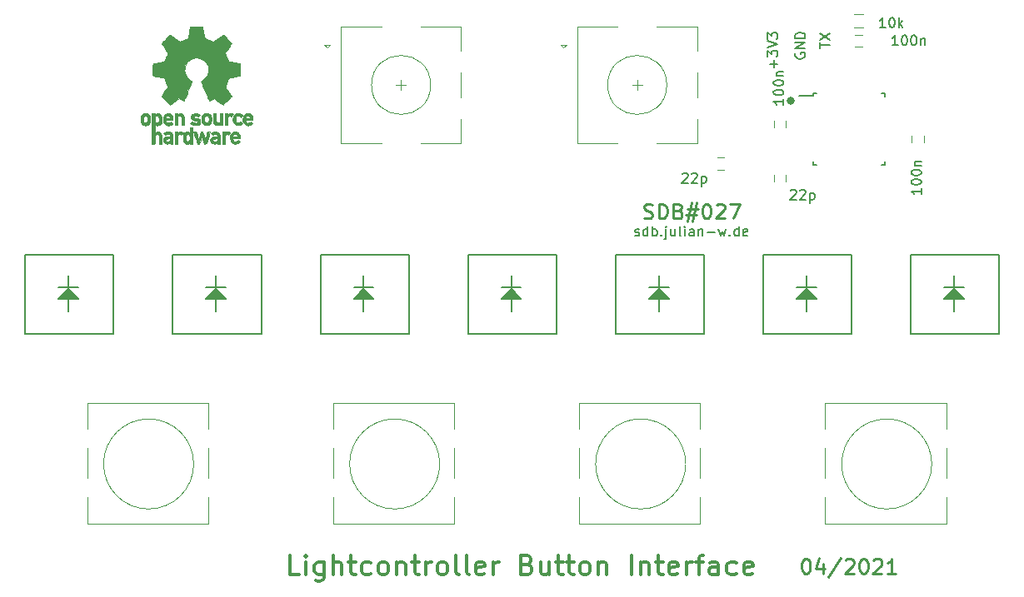
<source format=gto>
G04 #@! TF.GenerationSoftware,KiCad,Pcbnew,(5.1.9)-1*
G04 #@! TF.CreationDate,2021-04-20T14:37:47+02:00*
G04 #@! TF.ProjectId,light-external-controller,6c696768-742d-4657-9874-65726e616c2d,rev?*
G04 #@! TF.SameCoordinates,Original*
G04 #@! TF.FileFunction,Legend,Top*
G04 #@! TF.FilePolarity,Positive*
%FSLAX46Y46*%
G04 Gerber Fmt 4.6, Leading zero omitted, Abs format (unit mm)*
G04 Created by KiCad (PCBNEW (5.1.9)-1) date 2021-04-20 14:37:47*
%MOMM*%
%LPD*%
G01*
G04 APERTURE LIST*
%ADD10C,0.230000*%
%ADD11C,0.400000*%
%ADD12C,0.150000*%
%ADD13C,0.300000*%
%ADD14C,0.250000*%
%ADD15C,0.010000*%
%ADD16C,0.100000*%
%ADD17C,0.120000*%
%ADD18C,1.524000*%
%ADD19C,1.500000*%
%ADD20R,0.550000X1.600000*%
%ADD21R,1.600000X0.550000*%
%ADD22O,3.048000X1.850000*%
%ADD23R,2.000000X2.000000*%
%ADD24C,2.000000*%
%ADD25R,3.200000X2.000000*%
%ADD26R,0.500000X0.900000*%
%ADD27O,1.700000X1.700000*%
%ADD28R,1.700000X1.700000*%
%ADD29C,1.700000*%
%ADD30C,3.700000*%
%ADD31R,1.200000X0.750000*%
%ADD32R,0.750000X1.200000*%
G04 APERTURE END LIST*
D10*
X130571428Y-144678571D02*
X130714285Y-144678571D01*
X130857142Y-144750000D01*
X130928571Y-144821428D01*
X131000000Y-144964285D01*
X131071428Y-145250000D01*
X131071428Y-145607142D01*
X131000000Y-145892857D01*
X130928571Y-146035714D01*
X130857142Y-146107142D01*
X130714285Y-146178571D01*
X130571428Y-146178571D01*
X130428571Y-146107142D01*
X130357142Y-146035714D01*
X130285714Y-145892857D01*
X130214285Y-145607142D01*
X130214285Y-145250000D01*
X130285714Y-144964285D01*
X130357142Y-144821428D01*
X130428571Y-144750000D01*
X130571428Y-144678571D01*
X132357142Y-145178571D02*
X132357142Y-146178571D01*
X132000000Y-144607142D02*
X131642857Y-145678571D01*
X132571428Y-145678571D01*
X134214285Y-144607142D02*
X132928571Y-146535714D01*
X134642857Y-144821428D02*
X134714285Y-144750000D01*
X134857142Y-144678571D01*
X135214285Y-144678571D01*
X135357142Y-144750000D01*
X135428571Y-144821428D01*
X135500000Y-144964285D01*
X135500000Y-145107142D01*
X135428571Y-145321428D01*
X134571428Y-146178571D01*
X135500000Y-146178571D01*
X136428571Y-144678571D02*
X136571428Y-144678571D01*
X136714285Y-144750000D01*
X136785714Y-144821428D01*
X136857142Y-144964285D01*
X136928571Y-145250000D01*
X136928571Y-145607142D01*
X136857142Y-145892857D01*
X136785714Y-146035714D01*
X136714285Y-146107142D01*
X136571428Y-146178571D01*
X136428571Y-146178571D01*
X136285714Y-146107142D01*
X136214285Y-146035714D01*
X136142857Y-145892857D01*
X136071428Y-145607142D01*
X136071428Y-145250000D01*
X136142857Y-144964285D01*
X136214285Y-144821428D01*
X136285714Y-144750000D01*
X136428571Y-144678571D01*
X137500000Y-144821428D02*
X137571428Y-144750000D01*
X137714285Y-144678571D01*
X138071428Y-144678571D01*
X138214285Y-144750000D01*
X138285714Y-144821428D01*
X138357142Y-144964285D01*
X138357142Y-145107142D01*
X138285714Y-145321428D01*
X137428571Y-146178571D01*
X138357142Y-146178571D01*
X139785714Y-146178571D02*
X138928571Y-146178571D01*
X139357142Y-146178571D02*
X139357142Y-144678571D01*
X139214285Y-144892857D01*
X139071428Y-145035714D01*
X138928571Y-145107142D01*
D11*
X129300000Y-98100000D02*
G75*
G03*
X129300000Y-98100000I-200000J0D01*
G01*
D12*
X128352380Y-97919047D02*
X128352380Y-98490476D01*
X128352380Y-98204761D02*
X127352380Y-98204761D01*
X127495238Y-98300000D01*
X127590476Y-98395238D01*
X127638095Y-98490476D01*
X127352380Y-97300000D02*
X127352380Y-97204761D01*
X127400000Y-97109523D01*
X127447619Y-97061904D01*
X127542857Y-97014285D01*
X127733333Y-96966666D01*
X127971428Y-96966666D01*
X128161904Y-97014285D01*
X128257142Y-97061904D01*
X128304761Y-97109523D01*
X128352380Y-97204761D01*
X128352380Y-97300000D01*
X128304761Y-97395238D01*
X128257142Y-97442857D01*
X128161904Y-97490476D01*
X127971428Y-97538095D01*
X127733333Y-97538095D01*
X127542857Y-97490476D01*
X127447619Y-97442857D01*
X127400000Y-97395238D01*
X127352380Y-97300000D01*
X127352380Y-96347619D02*
X127352380Y-96252380D01*
X127400000Y-96157142D01*
X127447619Y-96109523D01*
X127542857Y-96061904D01*
X127733333Y-96014285D01*
X127971428Y-96014285D01*
X128161904Y-96061904D01*
X128257142Y-96109523D01*
X128304761Y-96157142D01*
X128352380Y-96252380D01*
X128352380Y-96347619D01*
X128304761Y-96442857D01*
X128257142Y-96490476D01*
X128161904Y-96538095D01*
X127971428Y-96585714D01*
X127733333Y-96585714D01*
X127542857Y-96538095D01*
X127447619Y-96490476D01*
X127400000Y-96442857D01*
X127352380Y-96347619D01*
X127685714Y-95585714D02*
X128352380Y-95585714D01*
X127780952Y-95585714D02*
X127733333Y-95538095D01*
X127685714Y-95442857D01*
X127685714Y-95300000D01*
X127733333Y-95204761D01*
X127828571Y-95157142D01*
X128352380Y-95157142D01*
X118085714Y-105547619D02*
X118133333Y-105500000D01*
X118228571Y-105452380D01*
X118466666Y-105452380D01*
X118561904Y-105500000D01*
X118609523Y-105547619D01*
X118657142Y-105642857D01*
X118657142Y-105738095D01*
X118609523Y-105880952D01*
X118038095Y-106452380D01*
X118657142Y-106452380D01*
X119038095Y-105547619D02*
X119085714Y-105500000D01*
X119180952Y-105452380D01*
X119419047Y-105452380D01*
X119514285Y-105500000D01*
X119561904Y-105547619D01*
X119609523Y-105642857D01*
X119609523Y-105738095D01*
X119561904Y-105880952D01*
X118990476Y-106452380D01*
X119609523Y-106452380D01*
X120038095Y-105785714D02*
X120038095Y-106785714D01*
X120038095Y-105833333D02*
X120133333Y-105785714D01*
X120323809Y-105785714D01*
X120419047Y-105833333D01*
X120466666Y-105880952D01*
X120514285Y-105976190D01*
X120514285Y-106261904D01*
X120466666Y-106357142D01*
X120419047Y-106404761D01*
X120323809Y-106452380D01*
X120133333Y-106452380D01*
X120038095Y-106404761D01*
X129085714Y-107247619D02*
X129133333Y-107200000D01*
X129228571Y-107152380D01*
X129466666Y-107152380D01*
X129561904Y-107200000D01*
X129609523Y-107247619D01*
X129657142Y-107342857D01*
X129657142Y-107438095D01*
X129609523Y-107580952D01*
X129038095Y-108152380D01*
X129657142Y-108152380D01*
X130038095Y-107247619D02*
X130085714Y-107200000D01*
X130180952Y-107152380D01*
X130419047Y-107152380D01*
X130514285Y-107200000D01*
X130561904Y-107247619D01*
X130609523Y-107342857D01*
X130609523Y-107438095D01*
X130561904Y-107580952D01*
X129990476Y-108152380D01*
X130609523Y-108152380D01*
X131038095Y-107485714D02*
X131038095Y-108485714D01*
X131038095Y-107533333D02*
X131133333Y-107485714D01*
X131323809Y-107485714D01*
X131419047Y-107533333D01*
X131466666Y-107580952D01*
X131514285Y-107676190D01*
X131514285Y-107961904D01*
X131466666Y-108057142D01*
X131419047Y-108104761D01*
X131323809Y-108152380D01*
X131133333Y-108152380D01*
X131038095Y-108104761D01*
X139980952Y-92452380D02*
X139409523Y-92452380D01*
X139695238Y-92452380D02*
X139695238Y-91452380D01*
X139600000Y-91595238D01*
X139504761Y-91690476D01*
X139409523Y-91738095D01*
X140600000Y-91452380D02*
X140695238Y-91452380D01*
X140790476Y-91500000D01*
X140838095Y-91547619D01*
X140885714Y-91642857D01*
X140933333Y-91833333D01*
X140933333Y-92071428D01*
X140885714Y-92261904D01*
X140838095Y-92357142D01*
X140790476Y-92404761D01*
X140695238Y-92452380D01*
X140600000Y-92452380D01*
X140504761Y-92404761D01*
X140457142Y-92357142D01*
X140409523Y-92261904D01*
X140361904Y-92071428D01*
X140361904Y-91833333D01*
X140409523Y-91642857D01*
X140457142Y-91547619D01*
X140504761Y-91500000D01*
X140600000Y-91452380D01*
X141552380Y-91452380D02*
X141647619Y-91452380D01*
X141742857Y-91500000D01*
X141790476Y-91547619D01*
X141838095Y-91642857D01*
X141885714Y-91833333D01*
X141885714Y-92071428D01*
X141838095Y-92261904D01*
X141790476Y-92357142D01*
X141742857Y-92404761D01*
X141647619Y-92452380D01*
X141552380Y-92452380D01*
X141457142Y-92404761D01*
X141409523Y-92357142D01*
X141361904Y-92261904D01*
X141314285Y-92071428D01*
X141314285Y-91833333D01*
X141361904Y-91642857D01*
X141409523Y-91547619D01*
X141457142Y-91500000D01*
X141552380Y-91452380D01*
X142314285Y-91785714D02*
X142314285Y-92452380D01*
X142314285Y-91880952D02*
X142361904Y-91833333D01*
X142457142Y-91785714D01*
X142600000Y-91785714D01*
X142695238Y-91833333D01*
X142742857Y-91928571D01*
X142742857Y-92452380D01*
X138704761Y-90652380D02*
X138133333Y-90652380D01*
X138419047Y-90652380D02*
X138419047Y-89652380D01*
X138323809Y-89795238D01*
X138228571Y-89890476D01*
X138133333Y-89938095D01*
X139323809Y-89652380D02*
X139419047Y-89652380D01*
X139514285Y-89700000D01*
X139561904Y-89747619D01*
X139609523Y-89842857D01*
X139657142Y-90033333D01*
X139657142Y-90271428D01*
X139609523Y-90461904D01*
X139561904Y-90557142D01*
X139514285Y-90604761D01*
X139419047Y-90652380D01*
X139323809Y-90652380D01*
X139228571Y-90604761D01*
X139180952Y-90557142D01*
X139133333Y-90461904D01*
X139085714Y-90271428D01*
X139085714Y-90033333D01*
X139133333Y-89842857D01*
X139180952Y-89747619D01*
X139228571Y-89700000D01*
X139323809Y-89652380D01*
X140085714Y-90652380D02*
X140085714Y-89652380D01*
X140180952Y-90271428D02*
X140466666Y-90652380D01*
X140466666Y-89985714D02*
X140085714Y-90366666D01*
X142352380Y-107019047D02*
X142352380Y-107590476D01*
X142352380Y-107304761D02*
X141352380Y-107304761D01*
X141495238Y-107400000D01*
X141590476Y-107495238D01*
X141638095Y-107590476D01*
X141352380Y-106400000D02*
X141352380Y-106304761D01*
X141400000Y-106209523D01*
X141447619Y-106161904D01*
X141542857Y-106114285D01*
X141733333Y-106066666D01*
X141971428Y-106066666D01*
X142161904Y-106114285D01*
X142257142Y-106161904D01*
X142304761Y-106209523D01*
X142352380Y-106304761D01*
X142352380Y-106400000D01*
X142304761Y-106495238D01*
X142257142Y-106542857D01*
X142161904Y-106590476D01*
X141971428Y-106638095D01*
X141733333Y-106638095D01*
X141542857Y-106590476D01*
X141447619Y-106542857D01*
X141400000Y-106495238D01*
X141352380Y-106400000D01*
X141352380Y-105447619D02*
X141352380Y-105352380D01*
X141400000Y-105257142D01*
X141447619Y-105209523D01*
X141542857Y-105161904D01*
X141733333Y-105114285D01*
X141971428Y-105114285D01*
X142161904Y-105161904D01*
X142257142Y-105209523D01*
X142304761Y-105257142D01*
X142352380Y-105352380D01*
X142352380Y-105447619D01*
X142304761Y-105542857D01*
X142257142Y-105590476D01*
X142161904Y-105638095D01*
X141971428Y-105685714D01*
X141733333Y-105685714D01*
X141542857Y-105638095D01*
X141447619Y-105590476D01*
X141400000Y-105542857D01*
X141352380Y-105447619D01*
X141685714Y-104685714D02*
X142352380Y-104685714D01*
X141780952Y-104685714D02*
X141733333Y-104638095D01*
X141685714Y-104542857D01*
X141685714Y-104400000D01*
X141733333Y-104304761D01*
X141828571Y-104257142D01*
X142352380Y-104257142D01*
X132052380Y-92761904D02*
X132052380Y-92190476D01*
X133052380Y-92476190D02*
X132052380Y-92476190D01*
X132052380Y-91952380D02*
X133052380Y-91285714D01*
X132052380Y-91285714D02*
X133052380Y-91952380D01*
X129600000Y-93261904D02*
X129552380Y-93357142D01*
X129552380Y-93500000D01*
X129600000Y-93642857D01*
X129695238Y-93738095D01*
X129790476Y-93785714D01*
X129980952Y-93833333D01*
X130123809Y-93833333D01*
X130314285Y-93785714D01*
X130409523Y-93738095D01*
X130504761Y-93642857D01*
X130552380Y-93500000D01*
X130552380Y-93404761D01*
X130504761Y-93261904D01*
X130457142Y-93214285D01*
X130123809Y-93214285D01*
X130123809Y-93404761D01*
X130552380Y-92785714D02*
X129552380Y-92785714D01*
X130552380Y-92214285D01*
X129552380Y-92214285D01*
X130552380Y-91738095D02*
X129552380Y-91738095D01*
X129552380Y-91500000D01*
X129600000Y-91357142D01*
X129695238Y-91261904D01*
X129790476Y-91214285D01*
X129980952Y-91166666D01*
X130123809Y-91166666D01*
X130314285Y-91214285D01*
X130409523Y-91261904D01*
X130504761Y-91357142D01*
X130552380Y-91500000D01*
X130552380Y-91738095D01*
X127371428Y-94761904D02*
X127371428Y-94000000D01*
X127752380Y-94380952D02*
X126990476Y-94380952D01*
X126752380Y-93619047D02*
X126752380Y-93000000D01*
X127133333Y-93333333D01*
X127133333Y-93190476D01*
X127180952Y-93095238D01*
X127228571Y-93047619D01*
X127323809Y-93000000D01*
X127561904Y-93000000D01*
X127657142Y-93047619D01*
X127704761Y-93095238D01*
X127752380Y-93190476D01*
X127752380Y-93476190D01*
X127704761Y-93571428D01*
X127657142Y-93619047D01*
X126752380Y-92714285D02*
X127752380Y-92380952D01*
X126752380Y-92047619D01*
X126752380Y-91809523D02*
X126752380Y-91190476D01*
X127133333Y-91523809D01*
X127133333Y-91380952D01*
X127180952Y-91285714D01*
X127228571Y-91238095D01*
X127323809Y-91190476D01*
X127561904Y-91190476D01*
X127657142Y-91238095D01*
X127704761Y-91285714D01*
X127752380Y-91380952D01*
X127752380Y-91666666D01*
X127704761Y-91761904D01*
X127657142Y-91809523D01*
D13*
X79176190Y-146304761D02*
X78223809Y-146304761D01*
X78223809Y-144304761D01*
X79842857Y-146304761D02*
X79842857Y-144971428D01*
X79842857Y-144304761D02*
X79747619Y-144400000D01*
X79842857Y-144495238D01*
X79938095Y-144400000D01*
X79842857Y-144304761D01*
X79842857Y-144495238D01*
X81652380Y-144971428D02*
X81652380Y-146590476D01*
X81557142Y-146780952D01*
X81461904Y-146876190D01*
X81271428Y-146971428D01*
X80985714Y-146971428D01*
X80795238Y-146876190D01*
X81652380Y-146209523D02*
X81461904Y-146304761D01*
X81080952Y-146304761D01*
X80890476Y-146209523D01*
X80795238Y-146114285D01*
X80700000Y-145923809D01*
X80700000Y-145352380D01*
X80795238Y-145161904D01*
X80890476Y-145066666D01*
X81080952Y-144971428D01*
X81461904Y-144971428D01*
X81652380Y-145066666D01*
X82604761Y-146304761D02*
X82604761Y-144304761D01*
X83461904Y-146304761D02*
X83461904Y-145257142D01*
X83366666Y-145066666D01*
X83176190Y-144971428D01*
X82890476Y-144971428D01*
X82700000Y-145066666D01*
X82604761Y-145161904D01*
X84128571Y-144971428D02*
X84890476Y-144971428D01*
X84414285Y-144304761D02*
X84414285Y-146019047D01*
X84509523Y-146209523D01*
X84700000Y-146304761D01*
X84890476Y-146304761D01*
X86414285Y-146209523D02*
X86223809Y-146304761D01*
X85842857Y-146304761D01*
X85652380Y-146209523D01*
X85557142Y-146114285D01*
X85461904Y-145923809D01*
X85461904Y-145352380D01*
X85557142Y-145161904D01*
X85652380Y-145066666D01*
X85842857Y-144971428D01*
X86223809Y-144971428D01*
X86414285Y-145066666D01*
X87557142Y-146304761D02*
X87366666Y-146209523D01*
X87271428Y-146114285D01*
X87176190Y-145923809D01*
X87176190Y-145352380D01*
X87271428Y-145161904D01*
X87366666Y-145066666D01*
X87557142Y-144971428D01*
X87842857Y-144971428D01*
X88033333Y-145066666D01*
X88128571Y-145161904D01*
X88223809Y-145352380D01*
X88223809Y-145923809D01*
X88128571Y-146114285D01*
X88033333Y-146209523D01*
X87842857Y-146304761D01*
X87557142Y-146304761D01*
X89080952Y-144971428D02*
X89080952Y-146304761D01*
X89080952Y-145161904D02*
X89176190Y-145066666D01*
X89366666Y-144971428D01*
X89652380Y-144971428D01*
X89842857Y-145066666D01*
X89938095Y-145257142D01*
X89938095Y-146304761D01*
X90604761Y-144971428D02*
X91366666Y-144971428D01*
X90890476Y-144304761D02*
X90890476Y-146019047D01*
X90985714Y-146209523D01*
X91176190Y-146304761D01*
X91366666Y-146304761D01*
X92033333Y-146304761D02*
X92033333Y-144971428D01*
X92033333Y-145352380D02*
X92128571Y-145161904D01*
X92223809Y-145066666D01*
X92414285Y-144971428D01*
X92604761Y-144971428D01*
X93557142Y-146304761D02*
X93366666Y-146209523D01*
X93271428Y-146114285D01*
X93176190Y-145923809D01*
X93176190Y-145352380D01*
X93271428Y-145161904D01*
X93366666Y-145066666D01*
X93557142Y-144971428D01*
X93842857Y-144971428D01*
X94033333Y-145066666D01*
X94128571Y-145161904D01*
X94223809Y-145352380D01*
X94223809Y-145923809D01*
X94128571Y-146114285D01*
X94033333Y-146209523D01*
X93842857Y-146304761D01*
X93557142Y-146304761D01*
X95366666Y-146304761D02*
X95176190Y-146209523D01*
X95080952Y-146019047D01*
X95080952Y-144304761D01*
X96414285Y-146304761D02*
X96223809Y-146209523D01*
X96128571Y-146019047D01*
X96128571Y-144304761D01*
X97938095Y-146209523D02*
X97747619Y-146304761D01*
X97366666Y-146304761D01*
X97176190Y-146209523D01*
X97080952Y-146019047D01*
X97080952Y-145257142D01*
X97176190Y-145066666D01*
X97366666Y-144971428D01*
X97747619Y-144971428D01*
X97938095Y-145066666D01*
X98033333Y-145257142D01*
X98033333Y-145447619D01*
X97080952Y-145638095D01*
X98890476Y-146304761D02*
X98890476Y-144971428D01*
X98890476Y-145352380D02*
X98985714Y-145161904D01*
X99080952Y-145066666D01*
X99271428Y-144971428D01*
X99461904Y-144971428D01*
X102319047Y-145257142D02*
X102604761Y-145352380D01*
X102700000Y-145447619D01*
X102795238Y-145638095D01*
X102795238Y-145923809D01*
X102700000Y-146114285D01*
X102604761Y-146209523D01*
X102414285Y-146304761D01*
X101652380Y-146304761D01*
X101652380Y-144304761D01*
X102319047Y-144304761D01*
X102509523Y-144400000D01*
X102604761Y-144495238D01*
X102700000Y-144685714D01*
X102700000Y-144876190D01*
X102604761Y-145066666D01*
X102509523Y-145161904D01*
X102319047Y-145257142D01*
X101652380Y-145257142D01*
X104509523Y-144971428D02*
X104509523Y-146304761D01*
X103652380Y-144971428D02*
X103652380Y-146019047D01*
X103747619Y-146209523D01*
X103938095Y-146304761D01*
X104223809Y-146304761D01*
X104414285Y-146209523D01*
X104509523Y-146114285D01*
X105176190Y-144971428D02*
X105938095Y-144971428D01*
X105461904Y-144304761D02*
X105461904Y-146019047D01*
X105557142Y-146209523D01*
X105747619Y-146304761D01*
X105938095Y-146304761D01*
X106319047Y-144971428D02*
X107080952Y-144971428D01*
X106604761Y-144304761D02*
X106604761Y-146019047D01*
X106700000Y-146209523D01*
X106890476Y-146304761D01*
X107080952Y-146304761D01*
X108033333Y-146304761D02*
X107842857Y-146209523D01*
X107747619Y-146114285D01*
X107652380Y-145923809D01*
X107652380Y-145352380D01*
X107747619Y-145161904D01*
X107842857Y-145066666D01*
X108033333Y-144971428D01*
X108319047Y-144971428D01*
X108509523Y-145066666D01*
X108604761Y-145161904D01*
X108700000Y-145352380D01*
X108700000Y-145923809D01*
X108604761Y-146114285D01*
X108509523Y-146209523D01*
X108319047Y-146304761D01*
X108033333Y-146304761D01*
X109557142Y-144971428D02*
X109557142Y-146304761D01*
X109557142Y-145161904D02*
X109652380Y-145066666D01*
X109842857Y-144971428D01*
X110128571Y-144971428D01*
X110319047Y-145066666D01*
X110414285Y-145257142D01*
X110414285Y-146304761D01*
X112890476Y-146304761D02*
X112890476Y-144304761D01*
X113842857Y-144971428D02*
X113842857Y-146304761D01*
X113842857Y-145161904D02*
X113938095Y-145066666D01*
X114128571Y-144971428D01*
X114414285Y-144971428D01*
X114604761Y-145066666D01*
X114700000Y-145257142D01*
X114700000Y-146304761D01*
X115366666Y-144971428D02*
X116128571Y-144971428D01*
X115652380Y-144304761D02*
X115652380Y-146019047D01*
X115747619Y-146209523D01*
X115938095Y-146304761D01*
X116128571Y-146304761D01*
X117557142Y-146209523D02*
X117366666Y-146304761D01*
X116985714Y-146304761D01*
X116795238Y-146209523D01*
X116700000Y-146019047D01*
X116700000Y-145257142D01*
X116795238Y-145066666D01*
X116985714Y-144971428D01*
X117366666Y-144971428D01*
X117557142Y-145066666D01*
X117652380Y-145257142D01*
X117652380Y-145447619D01*
X116700000Y-145638095D01*
X118509523Y-146304761D02*
X118509523Y-144971428D01*
X118509523Y-145352380D02*
X118604761Y-145161904D01*
X118700000Y-145066666D01*
X118890476Y-144971428D01*
X119080952Y-144971428D01*
X119461904Y-144971428D02*
X120223809Y-144971428D01*
X119747619Y-146304761D02*
X119747619Y-144590476D01*
X119842857Y-144400000D01*
X120033333Y-144304761D01*
X120223809Y-144304761D01*
X121747619Y-146304761D02*
X121747619Y-145257142D01*
X121652380Y-145066666D01*
X121461904Y-144971428D01*
X121080952Y-144971428D01*
X120890476Y-145066666D01*
X121747619Y-146209523D02*
X121557142Y-146304761D01*
X121080952Y-146304761D01*
X120890476Y-146209523D01*
X120795238Y-146019047D01*
X120795238Y-145828571D01*
X120890476Y-145638095D01*
X121080952Y-145542857D01*
X121557142Y-145542857D01*
X121747619Y-145447619D01*
X123557142Y-146209523D02*
X123366666Y-146304761D01*
X122985714Y-146304761D01*
X122795238Y-146209523D01*
X122700000Y-146114285D01*
X122604761Y-145923809D01*
X122604761Y-145352380D01*
X122700000Y-145161904D01*
X122795238Y-145066666D01*
X122985714Y-144971428D01*
X123366666Y-144971428D01*
X123557142Y-145066666D01*
X125176190Y-146209523D02*
X124985714Y-146304761D01*
X124604761Y-146304761D01*
X124414285Y-146209523D01*
X124319047Y-146019047D01*
X124319047Y-145257142D01*
X124414285Y-145066666D01*
X124604761Y-144971428D01*
X124985714Y-144971428D01*
X125176190Y-145066666D01*
X125271428Y-145257142D01*
X125271428Y-145447619D01*
X124319047Y-145638095D01*
D12*
X113285714Y-111804761D02*
X113380952Y-111852380D01*
X113571428Y-111852380D01*
X113666666Y-111804761D01*
X113714285Y-111709523D01*
X113714285Y-111661904D01*
X113666666Y-111566666D01*
X113571428Y-111519047D01*
X113428571Y-111519047D01*
X113333333Y-111471428D01*
X113285714Y-111376190D01*
X113285714Y-111328571D01*
X113333333Y-111233333D01*
X113428571Y-111185714D01*
X113571428Y-111185714D01*
X113666666Y-111233333D01*
X114571428Y-111852380D02*
X114571428Y-110852380D01*
X114571428Y-111804761D02*
X114476190Y-111852380D01*
X114285714Y-111852380D01*
X114190476Y-111804761D01*
X114142857Y-111757142D01*
X114095238Y-111661904D01*
X114095238Y-111376190D01*
X114142857Y-111280952D01*
X114190476Y-111233333D01*
X114285714Y-111185714D01*
X114476190Y-111185714D01*
X114571428Y-111233333D01*
X115047619Y-111852380D02*
X115047619Y-110852380D01*
X115047619Y-111233333D02*
X115142857Y-111185714D01*
X115333333Y-111185714D01*
X115428571Y-111233333D01*
X115476190Y-111280952D01*
X115523809Y-111376190D01*
X115523809Y-111661904D01*
X115476190Y-111757142D01*
X115428571Y-111804761D01*
X115333333Y-111852380D01*
X115142857Y-111852380D01*
X115047619Y-111804761D01*
X115952380Y-111757142D02*
X116000000Y-111804761D01*
X115952380Y-111852380D01*
X115904761Y-111804761D01*
X115952380Y-111757142D01*
X115952380Y-111852380D01*
X116428571Y-111185714D02*
X116428571Y-112042857D01*
X116380952Y-112138095D01*
X116285714Y-112185714D01*
X116238095Y-112185714D01*
X116428571Y-110852380D02*
X116380952Y-110900000D01*
X116428571Y-110947619D01*
X116476190Y-110900000D01*
X116428571Y-110852380D01*
X116428571Y-110947619D01*
X117333333Y-111185714D02*
X117333333Y-111852380D01*
X116904761Y-111185714D02*
X116904761Y-111709523D01*
X116952380Y-111804761D01*
X117047619Y-111852380D01*
X117190476Y-111852380D01*
X117285714Y-111804761D01*
X117333333Y-111757142D01*
X117952380Y-111852380D02*
X117857142Y-111804761D01*
X117809523Y-111709523D01*
X117809523Y-110852380D01*
X118333333Y-111852380D02*
X118333333Y-111185714D01*
X118333333Y-110852380D02*
X118285714Y-110900000D01*
X118333333Y-110947619D01*
X118380952Y-110900000D01*
X118333333Y-110852380D01*
X118333333Y-110947619D01*
X119238095Y-111852380D02*
X119238095Y-111328571D01*
X119190476Y-111233333D01*
X119095238Y-111185714D01*
X118904761Y-111185714D01*
X118809523Y-111233333D01*
X119238095Y-111804761D02*
X119142857Y-111852380D01*
X118904761Y-111852380D01*
X118809523Y-111804761D01*
X118761904Y-111709523D01*
X118761904Y-111614285D01*
X118809523Y-111519047D01*
X118904761Y-111471428D01*
X119142857Y-111471428D01*
X119238095Y-111423809D01*
X119714285Y-111185714D02*
X119714285Y-111852380D01*
X119714285Y-111280952D02*
X119761904Y-111233333D01*
X119857142Y-111185714D01*
X120000000Y-111185714D01*
X120095238Y-111233333D01*
X120142857Y-111328571D01*
X120142857Y-111852380D01*
X120619047Y-111471428D02*
X121380952Y-111471428D01*
X121761904Y-111185714D02*
X121952380Y-111852380D01*
X122142857Y-111376190D01*
X122333333Y-111852380D01*
X122523809Y-111185714D01*
X122904761Y-111757142D02*
X122952380Y-111804761D01*
X122904761Y-111852380D01*
X122857142Y-111804761D01*
X122904761Y-111757142D01*
X122904761Y-111852380D01*
X123809523Y-111852380D02*
X123809523Y-110852380D01*
X123809523Y-111804761D02*
X123714285Y-111852380D01*
X123523809Y-111852380D01*
X123428571Y-111804761D01*
X123380952Y-111757142D01*
X123333333Y-111661904D01*
X123333333Y-111376190D01*
X123380952Y-111280952D01*
X123428571Y-111233333D01*
X123523809Y-111185714D01*
X123714285Y-111185714D01*
X123809523Y-111233333D01*
X124666666Y-111804761D02*
X124571428Y-111852380D01*
X124380952Y-111852380D01*
X124285714Y-111804761D01*
X124238095Y-111709523D01*
X124238095Y-111328571D01*
X124285714Y-111233333D01*
X124380952Y-111185714D01*
X124571428Y-111185714D01*
X124666666Y-111233333D01*
X124714285Y-111328571D01*
X124714285Y-111423809D01*
X124238095Y-111519047D01*
D14*
X114178571Y-110007142D02*
X114392857Y-110078571D01*
X114750000Y-110078571D01*
X114892857Y-110007142D01*
X114964285Y-109935714D01*
X115035714Y-109792857D01*
X115035714Y-109650000D01*
X114964285Y-109507142D01*
X114892857Y-109435714D01*
X114750000Y-109364285D01*
X114464285Y-109292857D01*
X114321428Y-109221428D01*
X114250000Y-109150000D01*
X114178571Y-109007142D01*
X114178571Y-108864285D01*
X114250000Y-108721428D01*
X114321428Y-108650000D01*
X114464285Y-108578571D01*
X114821428Y-108578571D01*
X115035714Y-108650000D01*
X115678571Y-110078571D02*
X115678571Y-108578571D01*
X116035714Y-108578571D01*
X116250000Y-108650000D01*
X116392857Y-108792857D01*
X116464285Y-108935714D01*
X116535714Y-109221428D01*
X116535714Y-109435714D01*
X116464285Y-109721428D01*
X116392857Y-109864285D01*
X116250000Y-110007142D01*
X116035714Y-110078571D01*
X115678571Y-110078571D01*
X117678571Y-109292857D02*
X117892857Y-109364285D01*
X117964285Y-109435714D01*
X118035714Y-109578571D01*
X118035714Y-109792857D01*
X117964285Y-109935714D01*
X117892857Y-110007142D01*
X117750000Y-110078571D01*
X117178571Y-110078571D01*
X117178571Y-108578571D01*
X117678571Y-108578571D01*
X117821428Y-108650000D01*
X117892857Y-108721428D01*
X117964285Y-108864285D01*
X117964285Y-109007142D01*
X117892857Y-109150000D01*
X117821428Y-109221428D01*
X117678571Y-109292857D01*
X117178571Y-109292857D01*
X118607142Y-109078571D02*
X119678571Y-109078571D01*
X119035714Y-108435714D02*
X118607142Y-110364285D01*
X119535714Y-109721428D02*
X118464285Y-109721428D01*
X119107142Y-110364285D02*
X119535714Y-108435714D01*
X120464285Y-108578571D02*
X120607142Y-108578571D01*
X120750000Y-108650000D01*
X120821428Y-108721428D01*
X120892857Y-108864285D01*
X120964285Y-109150000D01*
X120964285Y-109507142D01*
X120892857Y-109792857D01*
X120821428Y-109935714D01*
X120750000Y-110007142D01*
X120607142Y-110078571D01*
X120464285Y-110078571D01*
X120321428Y-110007142D01*
X120250000Y-109935714D01*
X120178571Y-109792857D01*
X120107142Y-109507142D01*
X120107142Y-109150000D01*
X120178571Y-108864285D01*
X120250000Y-108721428D01*
X120321428Y-108650000D01*
X120464285Y-108578571D01*
X121535714Y-108721428D02*
X121607142Y-108650000D01*
X121750000Y-108578571D01*
X122107142Y-108578571D01*
X122250000Y-108650000D01*
X122321428Y-108721428D01*
X122392857Y-108864285D01*
X122392857Y-109007142D01*
X122321428Y-109221428D01*
X121464285Y-110078571D01*
X122392857Y-110078571D01*
X122892857Y-108578571D02*
X123892857Y-108578571D01*
X123250000Y-110078571D01*
D15*
G36*
X69446535Y-91133172D02*
G01*
X69559117Y-91730363D01*
X69974531Y-91901610D01*
X70389944Y-92072857D01*
X70888302Y-91733978D01*
X71027868Y-91639622D01*
X71154028Y-91555375D01*
X71260895Y-91485083D01*
X71342582Y-91432592D01*
X71393201Y-91401749D01*
X71406986Y-91395098D01*
X71431820Y-91412203D01*
X71484888Y-91459489D01*
X71560240Y-91530917D01*
X71651929Y-91620445D01*
X71754007Y-91722034D01*
X71860526Y-91829643D01*
X71965536Y-91937232D01*
X72063091Y-92038760D01*
X72147242Y-92128186D01*
X72212040Y-92199471D01*
X72251538Y-92246573D01*
X72260980Y-92262337D01*
X72247391Y-92291398D01*
X72209293Y-92355066D01*
X72150694Y-92447112D01*
X72075597Y-92561309D01*
X71988009Y-92691429D01*
X71937254Y-92765646D01*
X71844745Y-92901167D01*
X71762540Y-93023461D01*
X71694630Y-93126440D01*
X71645000Y-93204018D01*
X71617640Y-93250106D01*
X71613529Y-93259792D01*
X71622849Y-93287319D01*
X71648254Y-93351473D01*
X71685911Y-93443235D01*
X71731986Y-93553584D01*
X71782646Y-93673500D01*
X71834059Y-93793964D01*
X71882389Y-93905954D01*
X71923806Y-94000452D01*
X71954474Y-94068437D01*
X71970562Y-94100888D01*
X71971511Y-94102165D01*
X71996772Y-94108362D01*
X72064046Y-94122185D01*
X72166360Y-94142277D01*
X72296741Y-94167279D01*
X72448216Y-94195831D01*
X72536594Y-94212296D01*
X72698452Y-94243114D01*
X72844649Y-94272439D01*
X72967787Y-94298666D01*
X73060469Y-94320191D01*
X73115301Y-94335410D01*
X73126323Y-94340238D01*
X73137119Y-94372919D01*
X73145829Y-94446730D01*
X73152460Y-94553037D01*
X73157018Y-94683212D01*
X73159509Y-94828621D01*
X73159938Y-94980635D01*
X73158311Y-95130622D01*
X73154635Y-95269951D01*
X73148915Y-95389990D01*
X73141158Y-95482110D01*
X73131368Y-95537677D01*
X73125496Y-95549245D01*
X73090399Y-95563110D01*
X73016028Y-95582933D01*
X72912223Y-95606384D01*
X72788819Y-95631136D01*
X72745741Y-95639143D01*
X72538047Y-95677186D01*
X72373984Y-95707824D01*
X72248130Y-95732274D01*
X72155065Y-95751754D01*
X72089367Y-95767481D01*
X72045617Y-95780673D01*
X72018392Y-95792549D01*
X72002272Y-95804325D01*
X72000017Y-95806653D01*
X71977503Y-95844145D01*
X71943158Y-95917110D01*
X71900411Y-96016612D01*
X71852692Y-96133718D01*
X71803430Y-96259493D01*
X71756055Y-96385002D01*
X71713995Y-96501310D01*
X71680680Y-96599484D01*
X71659541Y-96670588D01*
X71654005Y-96705687D01*
X71654466Y-96706917D01*
X71673223Y-96735606D01*
X71715776Y-96798730D01*
X71777653Y-96889718D01*
X71854382Y-97002000D01*
X71941491Y-97129005D01*
X71966299Y-97165098D01*
X72054753Y-97295948D01*
X72132588Y-97415336D01*
X72195566Y-97516407D01*
X72239445Y-97592304D01*
X72259985Y-97636172D01*
X72260980Y-97641562D01*
X72243722Y-97669889D01*
X72196036Y-97726006D01*
X72124050Y-97803882D01*
X72033897Y-97897485D01*
X71931705Y-98000786D01*
X71823606Y-98107751D01*
X71715728Y-98212351D01*
X71614204Y-98308554D01*
X71525162Y-98390329D01*
X71454733Y-98451645D01*
X71409047Y-98486471D01*
X71396409Y-98492157D01*
X71366991Y-98478765D01*
X71306761Y-98442644D01*
X71225530Y-98389881D01*
X71163030Y-98347412D01*
X71049785Y-98269485D01*
X70915674Y-98177729D01*
X70781155Y-98086120D01*
X70708833Y-98037091D01*
X70464038Y-97871515D01*
X70258551Y-97982620D01*
X70164936Y-98031293D01*
X70085330Y-98069126D01*
X70031467Y-98090703D01*
X70017757Y-98093706D01*
X70001270Y-98071538D01*
X69968745Y-98008894D01*
X69922609Y-97911554D01*
X69865290Y-97785294D01*
X69799216Y-97635895D01*
X69726815Y-97469133D01*
X69650516Y-97290787D01*
X69572746Y-97106636D01*
X69495934Y-96922457D01*
X69422506Y-96744030D01*
X69354892Y-96577132D01*
X69295520Y-96427542D01*
X69246816Y-96301038D01*
X69211210Y-96203399D01*
X69191130Y-96140402D01*
X69187900Y-96118766D01*
X69213496Y-96091169D01*
X69269539Y-96046370D01*
X69344311Y-95993679D01*
X69350587Y-95989510D01*
X69543845Y-95834814D01*
X69699674Y-95654336D01*
X69816724Y-95453847D01*
X69893645Y-95239119D01*
X69929086Y-95015922D01*
X69921697Y-94790026D01*
X69870127Y-94567204D01*
X69773026Y-94353224D01*
X69744458Y-94306409D01*
X69595868Y-94117363D01*
X69420327Y-93965557D01*
X69223910Y-93851779D01*
X69012693Y-93776820D01*
X68792753Y-93741467D01*
X68570163Y-93746512D01*
X68351001Y-93792744D01*
X68141342Y-93880951D01*
X67947261Y-94011924D01*
X67887226Y-94065082D01*
X67734435Y-94231484D01*
X67623097Y-94406657D01*
X67546723Y-94603011D01*
X67504187Y-94797462D01*
X67493686Y-95016087D01*
X67528701Y-95235797D01*
X67605673Y-95449165D01*
X67721047Y-95648767D01*
X67871266Y-95827174D01*
X68052773Y-95976962D01*
X68076627Y-95992751D01*
X68152201Y-96044457D01*
X68209651Y-96089257D01*
X68237117Y-96117862D01*
X68237517Y-96118766D01*
X68231620Y-96149709D01*
X68208245Y-96219936D01*
X68169821Y-96323670D01*
X68118777Y-96455135D01*
X68057542Y-96608552D01*
X67988544Y-96778146D01*
X67914214Y-96958138D01*
X67836978Y-97142753D01*
X67759268Y-97326213D01*
X67683511Y-97502741D01*
X67612137Y-97666559D01*
X67547574Y-97811892D01*
X67492252Y-97932962D01*
X67448600Y-98023992D01*
X67419046Y-98079205D01*
X67407144Y-98093706D01*
X67370777Y-98082414D01*
X67302730Y-98052130D01*
X67214737Y-98008265D01*
X67166351Y-97982620D01*
X66960863Y-97871515D01*
X66716068Y-98037091D01*
X66591106Y-98121915D01*
X66454295Y-98215261D01*
X66326089Y-98303153D01*
X66261871Y-98347412D01*
X66171551Y-98408063D01*
X66095071Y-98456126D01*
X66042407Y-98485515D01*
X66025302Y-98491727D01*
X66000405Y-98474968D01*
X65945305Y-98428181D01*
X65865343Y-98356225D01*
X65765861Y-98263957D01*
X65652200Y-98156235D01*
X65580315Y-98087071D01*
X65454551Y-97963502D01*
X65345863Y-97852979D01*
X65258645Y-97760230D01*
X65197289Y-97689982D01*
X65166191Y-97646965D01*
X65163208Y-97638235D01*
X65177053Y-97605029D01*
X65215312Y-97537887D01*
X65273742Y-97443608D01*
X65348097Y-97328990D01*
X65434135Y-97200828D01*
X65458603Y-97165098D01*
X65547755Y-97035234D01*
X65627738Y-96918314D01*
X65694080Y-96820907D01*
X65742311Y-96749584D01*
X65767957Y-96710915D01*
X65770435Y-96706917D01*
X65766729Y-96676100D01*
X65747061Y-96608344D01*
X65714860Y-96512584D01*
X65673555Y-96397754D01*
X65626575Y-96272789D01*
X65577349Y-96146624D01*
X65529308Y-96028193D01*
X65485881Y-95926430D01*
X65450496Y-95850271D01*
X65426584Y-95808649D01*
X65424884Y-95806653D01*
X65410262Y-95794758D01*
X65385565Y-95782995D01*
X65345372Y-95770146D01*
X65284263Y-95754994D01*
X65196817Y-95736321D01*
X65077612Y-95712910D01*
X64921227Y-95683542D01*
X64722243Y-95647000D01*
X64679160Y-95639143D01*
X64551471Y-95614472D01*
X64440153Y-95590338D01*
X64355045Y-95569069D01*
X64305983Y-95552993D01*
X64299405Y-95549245D01*
X64288564Y-95516018D01*
X64279753Y-95441766D01*
X64272976Y-95335121D01*
X64268240Y-95204712D01*
X64265550Y-95059172D01*
X64264913Y-94907131D01*
X64266334Y-94757221D01*
X64269820Y-94618073D01*
X64275376Y-94498317D01*
X64283008Y-94406586D01*
X64292722Y-94351511D01*
X64298578Y-94340238D01*
X64331180Y-94328868D01*
X64405418Y-94310369D01*
X64513896Y-94286347D01*
X64649217Y-94258407D01*
X64803985Y-94228153D01*
X64888308Y-94212296D01*
X65048296Y-94182389D01*
X65190967Y-94155295D01*
X65309348Y-94132376D01*
X65396465Y-94114988D01*
X65445345Y-94104492D01*
X65453390Y-94102165D01*
X65466987Y-94075931D01*
X65495729Y-94012740D01*
X65535785Y-93921622D01*
X65583324Y-93811602D01*
X65634515Y-93691710D01*
X65685526Y-93570972D01*
X65732526Y-93458416D01*
X65771684Y-93363071D01*
X65799169Y-93293962D01*
X65811149Y-93260119D01*
X65811372Y-93258640D01*
X65797791Y-93231942D01*
X65759715Y-93170505D01*
X65701147Y-93080434D01*
X65626088Y-92967835D01*
X65538540Y-92838815D01*
X65487647Y-92764706D01*
X65394909Y-92628822D01*
X65312541Y-92505454D01*
X65244561Y-92400842D01*
X65194988Y-92321228D01*
X65167842Y-92272852D01*
X65163921Y-92262007D01*
X65180775Y-92236765D01*
X65227368Y-92182869D01*
X65297749Y-92106358D01*
X65385965Y-92013268D01*
X65486065Y-91909640D01*
X65592098Y-91801509D01*
X65698111Y-91694915D01*
X65798152Y-91595895D01*
X65886270Y-91510487D01*
X65956513Y-91444730D01*
X66002928Y-91404661D01*
X66018456Y-91395098D01*
X66043739Y-91408545D01*
X66104211Y-91446320D01*
X66193992Y-91504580D01*
X66307203Y-91579479D01*
X66437964Y-91667170D01*
X66536600Y-91733978D01*
X67034957Y-92072857D01*
X67450371Y-91901610D01*
X67865784Y-91730363D01*
X67978366Y-91133172D01*
X68090949Y-90535980D01*
X69333952Y-90535980D01*
X69446535Y-91133172D01*
G37*
X69446535Y-91133172D02*
X69559117Y-91730363D01*
X69974531Y-91901610D01*
X70389944Y-92072857D01*
X70888302Y-91733978D01*
X71027868Y-91639622D01*
X71154028Y-91555375D01*
X71260895Y-91485083D01*
X71342582Y-91432592D01*
X71393201Y-91401749D01*
X71406986Y-91395098D01*
X71431820Y-91412203D01*
X71484888Y-91459489D01*
X71560240Y-91530917D01*
X71651929Y-91620445D01*
X71754007Y-91722034D01*
X71860526Y-91829643D01*
X71965536Y-91937232D01*
X72063091Y-92038760D01*
X72147242Y-92128186D01*
X72212040Y-92199471D01*
X72251538Y-92246573D01*
X72260980Y-92262337D01*
X72247391Y-92291398D01*
X72209293Y-92355066D01*
X72150694Y-92447112D01*
X72075597Y-92561309D01*
X71988009Y-92691429D01*
X71937254Y-92765646D01*
X71844745Y-92901167D01*
X71762540Y-93023461D01*
X71694630Y-93126440D01*
X71645000Y-93204018D01*
X71617640Y-93250106D01*
X71613529Y-93259792D01*
X71622849Y-93287319D01*
X71648254Y-93351473D01*
X71685911Y-93443235D01*
X71731986Y-93553584D01*
X71782646Y-93673500D01*
X71834059Y-93793964D01*
X71882389Y-93905954D01*
X71923806Y-94000452D01*
X71954474Y-94068437D01*
X71970562Y-94100888D01*
X71971511Y-94102165D01*
X71996772Y-94108362D01*
X72064046Y-94122185D01*
X72166360Y-94142277D01*
X72296741Y-94167279D01*
X72448216Y-94195831D01*
X72536594Y-94212296D01*
X72698452Y-94243114D01*
X72844649Y-94272439D01*
X72967787Y-94298666D01*
X73060469Y-94320191D01*
X73115301Y-94335410D01*
X73126323Y-94340238D01*
X73137119Y-94372919D01*
X73145829Y-94446730D01*
X73152460Y-94553037D01*
X73157018Y-94683212D01*
X73159509Y-94828621D01*
X73159938Y-94980635D01*
X73158311Y-95130622D01*
X73154635Y-95269951D01*
X73148915Y-95389990D01*
X73141158Y-95482110D01*
X73131368Y-95537677D01*
X73125496Y-95549245D01*
X73090399Y-95563110D01*
X73016028Y-95582933D01*
X72912223Y-95606384D01*
X72788819Y-95631136D01*
X72745741Y-95639143D01*
X72538047Y-95677186D01*
X72373984Y-95707824D01*
X72248130Y-95732274D01*
X72155065Y-95751754D01*
X72089367Y-95767481D01*
X72045617Y-95780673D01*
X72018392Y-95792549D01*
X72002272Y-95804325D01*
X72000017Y-95806653D01*
X71977503Y-95844145D01*
X71943158Y-95917110D01*
X71900411Y-96016612D01*
X71852692Y-96133718D01*
X71803430Y-96259493D01*
X71756055Y-96385002D01*
X71713995Y-96501310D01*
X71680680Y-96599484D01*
X71659541Y-96670588D01*
X71654005Y-96705687D01*
X71654466Y-96706917D01*
X71673223Y-96735606D01*
X71715776Y-96798730D01*
X71777653Y-96889718D01*
X71854382Y-97002000D01*
X71941491Y-97129005D01*
X71966299Y-97165098D01*
X72054753Y-97295948D01*
X72132588Y-97415336D01*
X72195566Y-97516407D01*
X72239445Y-97592304D01*
X72259985Y-97636172D01*
X72260980Y-97641562D01*
X72243722Y-97669889D01*
X72196036Y-97726006D01*
X72124050Y-97803882D01*
X72033897Y-97897485D01*
X71931705Y-98000786D01*
X71823606Y-98107751D01*
X71715728Y-98212351D01*
X71614204Y-98308554D01*
X71525162Y-98390329D01*
X71454733Y-98451645D01*
X71409047Y-98486471D01*
X71396409Y-98492157D01*
X71366991Y-98478765D01*
X71306761Y-98442644D01*
X71225530Y-98389881D01*
X71163030Y-98347412D01*
X71049785Y-98269485D01*
X70915674Y-98177729D01*
X70781155Y-98086120D01*
X70708833Y-98037091D01*
X70464038Y-97871515D01*
X70258551Y-97982620D01*
X70164936Y-98031293D01*
X70085330Y-98069126D01*
X70031467Y-98090703D01*
X70017757Y-98093706D01*
X70001270Y-98071538D01*
X69968745Y-98008894D01*
X69922609Y-97911554D01*
X69865290Y-97785294D01*
X69799216Y-97635895D01*
X69726815Y-97469133D01*
X69650516Y-97290787D01*
X69572746Y-97106636D01*
X69495934Y-96922457D01*
X69422506Y-96744030D01*
X69354892Y-96577132D01*
X69295520Y-96427542D01*
X69246816Y-96301038D01*
X69211210Y-96203399D01*
X69191130Y-96140402D01*
X69187900Y-96118766D01*
X69213496Y-96091169D01*
X69269539Y-96046370D01*
X69344311Y-95993679D01*
X69350587Y-95989510D01*
X69543845Y-95834814D01*
X69699674Y-95654336D01*
X69816724Y-95453847D01*
X69893645Y-95239119D01*
X69929086Y-95015922D01*
X69921697Y-94790026D01*
X69870127Y-94567204D01*
X69773026Y-94353224D01*
X69744458Y-94306409D01*
X69595868Y-94117363D01*
X69420327Y-93965557D01*
X69223910Y-93851779D01*
X69012693Y-93776820D01*
X68792753Y-93741467D01*
X68570163Y-93746512D01*
X68351001Y-93792744D01*
X68141342Y-93880951D01*
X67947261Y-94011924D01*
X67887226Y-94065082D01*
X67734435Y-94231484D01*
X67623097Y-94406657D01*
X67546723Y-94603011D01*
X67504187Y-94797462D01*
X67493686Y-95016087D01*
X67528701Y-95235797D01*
X67605673Y-95449165D01*
X67721047Y-95648767D01*
X67871266Y-95827174D01*
X68052773Y-95976962D01*
X68076627Y-95992751D01*
X68152201Y-96044457D01*
X68209651Y-96089257D01*
X68237117Y-96117862D01*
X68237517Y-96118766D01*
X68231620Y-96149709D01*
X68208245Y-96219936D01*
X68169821Y-96323670D01*
X68118777Y-96455135D01*
X68057542Y-96608552D01*
X67988544Y-96778146D01*
X67914214Y-96958138D01*
X67836978Y-97142753D01*
X67759268Y-97326213D01*
X67683511Y-97502741D01*
X67612137Y-97666559D01*
X67547574Y-97811892D01*
X67492252Y-97932962D01*
X67448600Y-98023992D01*
X67419046Y-98079205D01*
X67407144Y-98093706D01*
X67370777Y-98082414D01*
X67302730Y-98052130D01*
X67214737Y-98008265D01*
X67166351Y-97982620D01*
X66960863Y-97871515D01*
X66716068Y-98037091D01*
X66591106Y-98121915D01*
X66454295Y-98215261D01*
X66326089Y-98303153D01*
X66261871Y-98347412D01*
X66171551Y-98408063D01*
X66095071Y-98456126D01*
X66042407Y-98485515D01*
X66025302Y-98491727D01*
X66000405Y-98474968D01*
X65945305Y-98428181D01*
X65865343Y-98356225D01*
X65765861Y-98263957D01*
X65652200Y-98156235D01*
X65580315Y-98087071D01*
X65454551Y-97963502D01*
X65345863Y-97852979D01*
X65258645Y-97760230D01*
X65197289Y-97689982D01*
X65166191Y-97646965D01*
X65163208Y-97638235D01*
X65177053Y-97605029D01*
X65215312Y-97537887D01*
X65273742Y-97443608D01*
X65348097Y-97328990D01*
X65434135Y-97200828D01*
X65458603Y-97165098D01*
X65547755Y-97035234D01*
X65627738Y-96918314D01*
X65694080Y-96820907D01*
X65742311Y-96749584D01*
X65767957Y-96710915D01*
X65770435Y-96706917D01*
X65766729Y-96676100D01*
X65747061Y-96608344D01*
X65714860Y-96512584D01*
X65673555Y-96397754D01*
X65626575Y-96272789D01*
X65577349Y-96146624D01*
X65529308Y-96028193D01*
X65485881Y-95926430D01*
X65450496Y-95850271D01*
X65426584Y-95808649D01*
X65424884Y-95806653D01*
X65410262Y-95794758D01*
X65385565Y-95782995D01*
X65345372Y-95770146D01*
X65284263Y-95754994D01*
X65196817Y-95736321D01*
X65077612Y-95712910D01*
X64921227Y-95683542D01*
X64722243Y-95647000D01*
X64679160Y-95639143D01*
X64551471Y-95614472D01*
X64440153Y-95590338D01*
X64355045Y-95569069D01*
X64305983Y-95552993D01*
X64299405Y-95549245D01*
X64288564Y-95516018D01*
X64279753Y-95441766D01*
X64272976Y-95335121D01*
X64268240Y-95204712D01*
X64265550Y-95059172D01*
X64264913Y-94907131D01*
X64266334Y-94757221D01*
X64269820Y-94618073D01*
X64275376Y-94498317D01*
X64283008Y-94406586D01*
X64292722Y-94351511D01*
X64298578Y-94340238D01*
X64331180Y-94328868D01*
X64405418Y-94310369D01*
X64513896Y-94286347D01*
X64649217Y-94258407D01*
X64803985Y-94228153D01*
X64888308Y-94212296D01*
X65048296Y-94182389D01*
X65190967Y-94155295D01*
X65309348Y-94132376D01*
X65396465Y-94114988D01*
X65445345Y-94104492D01*
X65453390Y-94102165D01*
X65466987Y-94075931D01*
X65495729Y-94012740D01*
X65535785Y-93921622D01*
X65583324Y-93811602D01*
X65634515Y-93691710D01*
X65685526Y-93570972D01*
X65732526Y-93458416D01*
X65771684Y-93363071D01*
X65799169Y-93293962D01*
X65811149Y-93260119D01*
X65811372Y-93258640D01*
X65797791Y-93231942D01*
X65759715Y-93170505D01*
X65701147Y-93080434D01*
X65626088Y-92967835D01*
X65538540Y-92838815D01*
X65487647Y-92764706D01*
X65394909Y-92628822D01*
X65312541Y-92505454D01*
X65244561Y-92400842D01*
X65194988Y-92321228D01*
X65167842Y-92272852D01*
X65163921Y-92262007D01*
X65180775Y-92236765D01*
X65227368Y-92182869D01*
X65297749Y-92106358D01*
X65385965Y-92013268D01*
X65486065Y-91909640D01*
X65592098Y-91801509D01*
X65698111Y-91694915D01*
X65798152Y-91595895D01*
X65886270Y-91510487D01*
X65956513Y-91444730D01*
X66002928Y-91404661D01*
X66018456Y-91395098D01*
X66043739Y-91408545D01*
X66104211Y-91446320D01*
X66193992Y-91504580D01*
X66307203Y-91579479D01*
X66437964Y-91667170D01*
X66536600Y-91733978D01*
X67034957Y-92072857D01*
X67450371Y-91901610D01*
X67865784Y-91730363D01*
X67978366Y-91133172D01*
X68090949Y-90535980D01*
X69333952Y-90535980D01*
X69446535Y-91133172D01*
G36*
X72263637Y-99387472D02*
G01*
X72349290Y-99413641D01*
X72404437Y-99446707D01*
X72422401Y-99472855D01*
X72417457Y-99503852D01*
X72385372Y-99552547D01*
X72358243Y-99587035D01*
X72302317Y-99649383D01*
X72260299Y-99675615D01*
X72224480Y-99673903D01*
X72118224Y-99646863D01*
X72040189Y-99648091D01*
X71976820Y-99678735D01*
X71955546Y-99696670D01*
X71887451Y-99759779D01*
X71887451Y-100583922D01*
X71613529Y-100583922D01*
X71613529Y-99388628D01*
X71750490Y-99388628D01*
X71832719Y-99391879D01*
X71875144Y-99403426D01*
X71887445Y-99425952D01*
X71887451Y-99426620D01*
X71893260Y-99450215D01*
X71919531Y-99447138D01*
X71955931Y-99430115D01*
X72031111Y-99398439D01*
X72092158Y-99379381D01*
X72170708Y-99374496D01*
X72263637Y-99387472D01*
G37*
X72263637Y-99387472D02*
X72349290Y-99413641D01*
X72404437Y-99446707D01*
X72422401Y-99472855D01*
X72417457Y-99503852D01*
X72385372Y-99552547D01*
X72358243Y-99587035D01*
X72302317Y-99649383D01*
X72260299Y-99675615D01*
X72224480Y-99673903D01*
X72118224Y-99646863D01*
X72040189Y-99648091D01*
X71976820Y-99678735D01*
X71955546Y-99696670D01*
X71887451Y-99759779D01*
X71887451Y-100583922D01*
X71613529Y-100583922D01*
X71613529Y-99388628D01*
X71750490Y-99388628D01*
X71832719Y-99391879D01*
X71875144Y-99403426D01*
X71887445Y-99425952D01*
X71887451Y-99426620D01*
X71893260Y-99450215D01*
X71919531Y-99447138D01*
X71955931Y-99430115D01*
X72031111Y-99398439D01*
X72092158Y-99379381D01*
X72170708Y-99374496D01*
X72263637Y-99387472D01*
G36*
X67206760Y-99409199D02*
G01*
X67268736Y-99438802D01*
X67328759Y-99481561D01*
X67374486Y-99530775D01*
X67407793Y-99593544D01*
X67430555Y-99676971D01*
X67444647Y-99788159D01*
X67451942Y-99934209D01*
X67454318Y-100122223D01*
X67454355Y-100141912D01*
X67454902Y-100583922D01*
X67180980Y-100583922D01*
X67180980Y-100176435D01*
X67180785Y-100025471D01*
X67179436Y-99916056D01*
X67175788Y-99839933D01*
X67168696Y-99788848D01*
X67157013Y-99754545D01*
X67139594Y-99728768D01*
X67115329Y-99703298D01*
X67030435Y-99648571D01*
X66937761Y-99638416D01*
X66849473Y-99673017D01*
X66818770Y-99698770D01*
X66796229Y-99722982D01*
X66780046Y-99748912D01*
X66769168Y-99784708D01*
X66762542Y-99838519D01*
X66759115Y-99918493D01*
X66757834Y-100032779D01*
X66757647Y-100171907D01*
X66757647Y-100583922D01*
X66483725Y-100583922D01*
X66483725Y-99388628D01*
X66620686Y-99388628D01*
X66702916Y-99391879D01*
X66745340Y-99403426D01*
X66757641Y-99425952D01*
X66757647Y-99426620D01*
X66763354Y-99448681D01*
X66788527Y-99446177D01*
X66838578Y-99421937D01*
X66952094Y-99386271D01*
X67081945Y-99382305D01*
X67206760Y-99409199D01*
G37*
X67206760Y-99409199D02*
X67268736Y-99438802D01*
X67328759Y-99481561D01*
X67374486Y-99530775D01*
X67407793Y-99593544D01*
X67430555Y-99676971D01*
X67444647Y-99788159D01*
X67451942Y-99934209D01*
X67454318Y-100122223D01*
X67454355Y-100141912D01*
X67454902Y-100583922D01*
X67180980Y-100583922D01*
X67180980Y-100176435D01*
X67180785Y-100025471D01*
X67179436Y-99916056D01*
X67175788Y-99839933D01*
X67168696Y-99788848D01*
X67157013Y-99754545D01*
X67139594Y-99728768D01*
X67115329Y-99703298D01*
X67030435Y-99648571D01*
X66937761Y-99638416D01*
X66849473Y-99673017D01*
X66818770Y-99698770D01*
X66796229Y-99722982D01*
X66780046Y-99748912D01*
X66769168Y-99784708D01*
X66762542Y-99838519D01*
X66759115Y-99918493D01*
X66757834Y-100032779D01*
X66757647Y-100171907D01*
X66757647Y-100583922D01*
X66483725Y-100583922D01*
X66483725Y-99388628D01*
X66620686Y-99388628D01*
X66702916Y-99391879D01*
X66745340Y-99403426D01*
X66757641Y-99425952D01*
X66757647Y-99426620D01*
X66763354Y-99448681D01*
X66788527Y-99446177D01*
X66838578Y-99421937D01*
X66952094Y-99386271D01*
X67081945Y-99382305D01*
X67206760Y-99409199D01*
G36*
X74003287Y-99384355D02*
G01*
X74067051Y-99399845D01*
X74189300Y-99456569D01*
X74293834Y-99543202D01*
X74366180Y-99647074D01*
X74376119Y-99670396D01*
X74389754Y-99731484D01*
X74399298Y-99821853D01*
X74402549Y-99913190D01*
X74402549Y-100085882D01*
X74041470Y-100085882D01*
X73892546Y-100086445D01*
X73787632Y-100089864D01*
X73720937Y-100098731D01*
X73686666Y-100115641D01*
X73679028Y-100143189D01*
X73692229Y-100183968D01*
X73715877Y-100231683D01*
X73781843Y-100311314D01*
X73873512Y-100350987D01*
X73985555Y-100349695D01*
X74112472Y-100306514D01*
X74222158Y-100253224D01*
X74313173Y-100325191D01*
X74404188Y-100397157D01*
X74318563Y-100476269D01*
X74204250Y-100551017D01*
X74063666Y-100596084D01*
X73912449Y-100608696D01*
X73766236Y-100586079D01*
X73742647Y-100578405D01*
X73614141Y-100511296D01*
X73518551Y-100411247D01*
X73453861Y-100275271D01*
X73418057Y-100100380D01*
X73417640Y-100096632D01*
X73414434Y-99906032D01*
X73427393Y-99838035D01*
X73680392Y-99838035D01*
X73703627Y-99848491D01*
X73766710Y-99856500D01*
X73859706Y-99861073D01*
X73918638Y-99861765D01*
X74028537Y-99861332D01*
X74097252Y-99858578D01*
X74133405Y-99851321D01*
X74145615Y-99837376D01*
X74142504Y-99814562D01*
X74139894Y-99805735D01*
X74095344Y-99722800D01*
X74025279Y-99655960D01*
X73963446Y-99626589D01*
X73881301Y-99628362D01*
X73798062Y-99664990D01*
X73728238Y-99725634D01*
X73686337Y-99799456D01*
X73680392Y-99838035D01*
X73427393Y-99838035D01*
X73446385Y-99738395D01*
X73509773Y-99597711D01*
X73600878Y-99487974D01*
X73715978Y-99413174D01*
X73851355Y-99377304D01*
X74003287Y-99384355D01*
G37*
X74003287Y-99384355D02*
X74067051Y-99399845D01*
X74189300Y-99456569D01*
X74293834Y-99543202D01*
X74366180Y-99647074D01*
X74376119Y-99670396D01*
X74389754Y-99731484D01*
X74399298Y-99821853D01*
X74402549Y-99913190D01*
X74402549Y-100085882D01*
X74041470Y-100085882D01*
X73892546Y-100086445D01*
X73787632Y-100089864D01*
X73720937Y-100098731D01*
X73686666Y-100115641D01*
X73679028Y-100143189D01*
X73692229Y-100183968D01*
X73715877Y-100231683D01*
X73781843Y-100311314D01*
X73873512Y-100350987D01*
X73985555Y-100349695D01*
X74112472Y-100306514D01*
X74222158Y-100253224D01*
X74313173Y-100325191D01*
X74404188Y-100397157D01*
X74318563Y-100476269D01*
X74204250Y-100551017D01*
X74063666Y-100596084D01*
X73912449Y-100608696D01*
X73766236Y-100586079D01*
X73742647Y-100578405D01*
X73614141Y-100511296D01*
X73518551Y-100411247D01*
X73453861Y-100275271D01*
X73418057Y-100100380D01*
X73417640Y-100096632D01*
X73414434Y-99906032D01*
X73427393Y-99838035D01*
X73680392Y-99838035D01*
X73703627Y-99848491D01*
X73766710Y-99856500D01*
X73859706Y-99861073D01*
X73918638Y-99861765D01*
X74028537Y-99861332D01*
X74097252Y-99858578D01*
X74133405Y-99851321D01*
X74145615Y-99837376D01*
X74142504Y-99814562D01*
X74139894Y-99805735D01*
X74095344Y-99722800D01*
X74025279Y-99655960D01*
X73963446Y-99626589D01*
X73881301Y-99628362D01*
X73798062Y-99664990D01*
X73728238Y-99725634D01*
X73686337Y-99799456D01*
X73680392Y-99838035D01*
X73427393Y-99838035D01*
X73446385Y-99738395D01*
X73509773Y-99597711D01*
X73600878Y-99487974D01*
X73715978Y-99413174D01*
X73851355Y-99377304D01*
X74003287Y-99384355D01*
G36*
X73090976Y-99399056D02*
G01*
X73235256Y-99460348D01*
X73280699Y-99490185D01*
X73338779Y-99536036D01*
X73375238Y-99572089D01*
X73381568Y-99583832D01*
X73363693Y-99609889D01*
X73317950Y-99654105D01*
X73281328Y-99684965D01*
X73181088Y-99765520D01*
X73101935Y-99698918D01*
X73040769Y-99655921D01*
X72981129Y-99641079D01*
X72912872Y-99644704D01*
X72804482Y-99671652D01*
X72729872Y-99727587D01*
X72684530Y-99818014D01*
X72663947Y-99948435D01*
X72663942Y-99948517D01*
X72665722Y-100094290D01*
X72693387Y-100201245D01*
X72748571Y-100274064D01*
X72786192Y-100298723D01*
X72886105Y-100329431D01*
X72992822Y-100329449D01*
X73085669Y-100299655D01*
X73107647Y-100285098D01*
X73162765Y-100247914D01*
X73205859Y-100241820D01*
X73252335Y-100269496D01*
X73303716Y-100319205D01*
X73385046Y-100403116D01*
X73294749Y-100477546D01*
X73155236Y-100561549D01*
X72997912Y-100602947D01*
X72833503Y-100599950D01*
X72725531Y-100572500D01*
X72599331Y-100504620D01*
X72498401Y-100397831D01*
X72452548Y-100322451D01*
X72415410Y-100214297D01*
X72396827Y-100077318D01*
X72396684Y-99928864D01*
X72414865Y-99786281D01*
X72451255Y-99666918D01*
X72456987Y-99654680D01*
X72541865Y-99534655D01*
X72656782Y-99447267D01*
X72792659Y-99394329D01*
X72940417Y-99377654D01*
X73090976Y-99399056D01*
G37*
X73090976Y-99399056D02*
X73235256Y-99460348D01*
X73280699Y-99490185D01*
X73338779Y-99536036D01*
X73375238Y-99572089D01*
X73381568Y-99583832D01*
X73363693Y-99609889D01*
X73317950Y-99654105D01*
X73281328Y-99684965D01*
X73181088Y-99765520D01*
X73101935Y-99698918D01*
X73040769Y-99655921D01*
X72981129Y-99641079D01*
X72912872Y-99644704D01*
X72804482Y-99671652D01*
X72729872Y-99727587D01*
X72684530Y-99818014D01*
X72663947Y-99948435D01*
X72663942Y-99948517D01*
X72665722Y-100094290D01*
X72693387Y-100201245D01*
X72748571Y-100274064D01*
X72786192Y-100298723D01*
X72886105Y-100329431D01*
X72992822Y-100329449D01*
X73085669Y-100299655D01*
X73107647Y-100285098D01*
X73162765Y-100247914D01*
X73205859Y-100241820D01*
X73252335Y-100269496D01*
X73303716Y-100319205D01*
X73385046Y-100403116D01*
X73294749Y-100477546D01*
X73155236Y-100561549D01*
X72997912Y-100602947D01*
X72833503Y-100599950D01*
X72725531Y-100572500D01*
X72599331Y-100504620D01*
X72498401Y-100397831D01*
X72452548Y-100322451D01*
X72415410Y-100214297D01*
X72396827Y-100077318D01*
X72396684Y-99928864D01*
X72414865Y-99786281D01*
X72451255Y-99666918D01*
X72456987Y-99654680D01*
X72541865Y-99534655D01*
X72656782Y-99447267D01*
X72792659Y-99394329D01*
X72940417Y-99377654D01*
X73090976Y-99399056D01*
G36*
X70667254Y-99776245D02*
G01*
X70669608Y-99958879D01*
X70678207Y-100097600D01*
X70695360Y-100198147D01*
X70723374Y-100266254D01*
X70764557Y-100307659D01*
X70821217Y-100328097D01*
X70891372Y-100333318D01*
X70964848Y-100327468D01*
X71020657Y-100306093D01*
X71061109Y-100263458D01*
X71088509Y-100193825D01*
X71105167Y-100091460D01*
X71113389Y-99950624D01*
X71115490Y-99776245D01*
X71115490Y-99388628D01*
X71389411Y-99388628D01*
X71389411Y-100583922D01*
X71252451Y-100583922D01*
X71169884Y-100580576D01*
X71127368Y-100568826D01*
X71115490Y-100546520D01*
X71108336Y-100526654D01*
X71079865Y-100530857D01*
X71022476Y-100558971D01*
X70890945Y-100602342D01*
X70751438Y-100599270D01*
X70617765Y-100552174D01*
X70554108Y-100514971D01*
X70505553Y-100474691D01*
X70470081Y-100424291D01*
X70445674Y-100356729D01*
X70430313Y-100264965D01*
X70421982Y-100141955D01*
X70418662Y-99980659D01*
X70418235Y-99855928D01*
X70418235Y-99388628D01*
X70667254Y-99388628D01*
X70667254Y-99776245D01*
G37*
X70667254Y-99776245D02*
X70669608Y-99958879D01*
X70678207Y-100097600D01*
X70695360Y-100198147D01*
X70723374Y-100266254D01*
X70764557Y-100307659D01*
X70821217Y-100328097D01*
X70891372Y-100333318D01*
X70964848Y-100327468D01*
X71020657Y-100306093D01*
X71061109Y-100263458D01*
X71088509Y-100193825D01*
X71105167Y-100091460D01*
X71113389Y-99950624D01*
X71115490Y-99776245D01*
X71115490Y-99388628D01*
X71389411Y-99388628D01*
X71389411Y-100583922D01*
X71252451Y-100583922D01*
X71169884Y-100580576D01*
X71127368Y-100568826D01*
X71115490Y-100546520D01*
X71108336Y-100526654D01*
X71079865Y-100530857D01*
X71022476Y-100558971D01*
X70890945Y-100602342D01*
X70751438Y-100599270D01*
X70617765Y-100552174D01*
X70554108Y-100514971D01*
X70505553Y-100474691D01*
X70470081Y-100424291D01*
X70445674Y-100356729D01*
X70430313Y-100264965D01*
X70421982Y-100141955D01*
X70418662Y-99980659D01*
X70418235Y-99855928D01*
X70418235Y-99388628D01*
X70667254Y-99388628D01*
X70667254Y-99776245D01*
G36*
X69909547Y-99403364D02*
G01*
X70035502Y-99471959D01*
X70134047Y-99580245D01*
X70180478Y-99668315D01*
X70200412Y-99746101D01*
X70213328Y-99856993D01*
X70218863Y-99984738D01*
X70216654Y-100113084D01*
X70206337Y-100225779D01*
X70194286Y-100285969D01*
X70153634Y-100368311D01*
X70083230Y-100455770D01*
X69998382Y-100532251D01*
X69914397Y-100581655D01*
X69912349Y-100582439D01*
X69808134Y-100604027D01*
X69684627Y-100604562D01*
X69567261Y-100584908D01*
X69521942Y-100569155D01*
X69405220Y-100502966D01*
X69321624Y-100416246D01*
X69266701Y-100301438D01*
X69235995Y-100150982D01*
X69229047Y-100072173D01*
X69229933Y-99973145D01*
X69496862Y-99973145D01*
X69505854Y-100117645D01*
X69531736Y-100227760D01*
X69572868Y-100298116D01*
X69602172Y-100318235D01*
X69677251Y-100332265D01*
X69766494Y-100328111D01*
X69843650Y-100307922D01*
X69863883Y-100296815D01*
X69917265Y-100232123D01*
X69952500Y-100133119D01*
X69967498Y-100012632D01*
X69960172Y-99883494D01*
X69943799Y-99805775D01*
X69896790Y-99715771D01*
X69822582Y-99659509D01*
X69733209Y-99640057D01*
X69640707Y-99660481D01*
X69569653Y-99710437D01*
X69532312Y-99751655D01*
X69510518Y-99792281D01*
X69500130Y-99847264D01*
X69497006Y-99931549D01*
X69496862Y-99973145D01*
X69229933Y-99973145D01*
X69230930Y-99861874D01*
X69265180Y-99689423D01*
X69331802Y-99554814D01*
X69430799Y-99458040D01*
X69562175Y-99399094D01*
X69590385Y-99392259D01*
X69759926Y-99376213D01*
X69909547Y-99403364D01*
G37*
X69909547Y-99403364D02*
X70035502Y-99471959D01*
X70134047Y-99580245D01*
X70180478Y-99668315D01*
X70200412Y-99746101D01*
X70213328Y-99856993D01*
X70218863Y-99984738D01*
X70216654Y-100113084D01*
X70206337Y-100225779D01*
X70194286Y-100285969D01*
X70153634Y-100368311D01*
X70083230Y-100455770D01*
X69998382Y-100532251D01*
X69914397Y-100581655D01*
X69912349Y-100582439D01*
X69808134Y-100604027D01*
X69684627Y-100604562D01*
X69567261Y-100584908D01*
X69521942Y-100569155D01*
X69405220Y-100502966D01*
X69321624Y-100416246D01*
X69266701Y-100301438D01*
X69235995Y-100150982D01*
X69229047Y-100072173D01*
X69229933Y-99973145D01*
X69496862Y-99973145D01*
X69505854Y-100117645D01*
X69531736Y-100227760D01*
X69572868Y-100298116D01*
X69602172Y-100318235D01*
X69677251Y-100332265D01*
X69766494Y-100328111D01*
X69843650Y-100307922D01*
X69863883Y-100296815D01*
X69917265Y-100232123D01*
X69952500Y-100133119D01*
X69967498Y-100012632D01*
X69960172Y-99883494D01*
X69943799Y-99805775D01*
X69896790Y-99715771D01*
X69822582Y-99659509D01*
X69733209Y-99640057D01*
X69640707Y-99660481D01*
X69569653Y-99710437D01*
X69532312Y-99751655D01*
X69510518Y-99792281D01*
X69500130Y-99847264D01*
X69497006Y-99931549D01*
X69496862Y-99973145D01*
X69229933Y-99973145D01*
X69230930Y-99861874D01*
X69265180Y-99689423D01*
X69331802Y-99554814D01*
X69430799Y-99458040D01*
X69562175Y-99399094D01*
X69590385Y-99392259D01*
X69759926Y-99376213D01*
X69909547Y-99403364D01*
G36*
X68727759Y-99384345D02*
G01*
X68822059Y-99402229D01*
X68919890Y-99439633D01*
X68930343Y-99444402D01*
X69004531Y-99483412D01*
X69055910Y-99519664D01*
X69072517Y-99542887D01*
X69056702Y-99580761D01*
X69018288Y-99636644D01*
X69001237Y-99657505D01*
X68930969Y-99739618D01*
X68840379Y-99686168D01*
X68754164Y-99650561D01*
X68654549Y-99631529D01*
X68559019Y-99630326D01*
X68485061Y-99648210D01*
X68467312Y-99659373D01*
X68433512Y-99710553D01*
X68429404Y-99769509D01*
X68454696Y-99815567D01*
X68469656Y-99824499D01*
X68514486Y-99835592D01*
X68593286Y-99848630D01*
X68690426Y-99861088D01*
X68708346Y-99863042D01*
X68864365Y-99890030D01*
X68977523Y-99935873D01*
X69052569Y-100004803D01*
X69094253Y-100101054D01*
X69107238Y-100218617D01*
X69089299Y-100352254D01*
X69031050Y-100457195D01*
X68932255Y-100533630D01*
X68792682Y-100581748D01*
X68637745Y-100600732D01*
X68511398Y-100600504D01*
X68408913Y-100583262D01*
X68338921Y-100559457D01*
X68250483Y-100517978D01*
X68168754Y-100469842D01*
X68139705Y-100448655D01*
X68065000Y-100387676D01*
X68155098Y-100296508D01*
X68245196Y-100205339D01*
X68347632Y-100273128D01*
X68450374Y-100324042D01*
X68560087Y-100350673D01*
X68665551Y-100353483D01*
X68755546Y-100332935D01*
X68818854Y-100289493D01*
X68839296Y-100252838D01*
X68836229Y-100194053D01*
X68785434Y-100149099D01*
X68687048Y-100118057D01*
X68579256Y-100103710D01*
X68413365Y-100076337D01*
X68290124Y-100024693D01*
X68207886Y-99947266D01*
X68165001Y-99842544D01*
X68159060Y-99718387D01*
X68188406Y-99588702D01*
X68255309Y-99490677D01*
X68360371Y-99423866D01*
X68504190Y-99387820D01*
X68610738Y-99380754D01*
X68727759Y-99384345D01*
G37*
X68727759Y-99384345D02*
X68822059Y-99402229D01*
X68919890Y-99439633D01*
X68930343Y-99444402D01*
X69004531Y-99483412D01*
X69055910Y-99519664D01*
X69072517Y-99542887D01*
X69056702Y-99580761D01*
X69018288Y-99636644D01*
X69001237Y-99657505D01*
X68930969Y-99739618D01*
X68840379Y-99686168D01*
X68754164Y-99650561D01*
X68654549Y-99631529D01*
X68559019Y-99630326D01*
X68485061Y-99648210D01*
X68467312Y-99659373D01*
X68433512Y-99710553D01*
X68429404Y-99769509D01*
X68454696Y-99815567D01*
X68469656Y-99824499D01*
X68514486Y-99835592D01*
X68593286Y-99848630D01*
X68690426Y-99861088D01*
X68708346Y-99863042D01*
X68864365Y-99890030D01*
X68977523Y-99935873D01*
X69052569Y-100004803D01*
X69094253Y-100101054D01*
X69107238Y-100218617D01*
X69089299Y-100352254D01*
X69031050Y-100457195D01*
X68932255Y-100533630D01*
X68792682Y-100581748D01*
X68637745Y-100600732D01*
X68511398Y-100600504D01*
X68408913Y-100583262D01*
X68338921Y-100559457D01*
X68250483Y-100517978D01*
X68168754Y-100469842D01*
X68139705Y-100448655D01*
X68065000Y-100387676D01*
X68155098Y-100296508D01*
X68245196Y-100205339D01*
X68347632Y-100273128D01*
X68450374Y-100324042D01*
X68560087Y-100350673D01*
X68665551Y-100353483D01*
X68755546Y-100332935D01*
X68818854Y-100289493D01*
X68839296Y-100252838D01*
X68836229Y-100194053D01*
X68785434Y-100149099D01*
X68687048Y-100118057D01*
X68579256Y-100103710D01*
X68413365Y-100076337D01*
X68290124Y-100024693D01*
X68207886Y-99947266D01*
X68165001Y-99842544D01*
X68159060Y-99718387D01*
X68188406Y-99588702D01*
X68255309Y-99490677D01*
X68360371Y-99423866D01*
X68504190Y-99387820D01*
X68610738Y-99380754D01*
X68727759Y-99384345D01*
G36*
X66013204Y-99416354D02*
G01*
X66038019Y-99428037D01*
X66123906Y-99490951D01*
X66205121Y-99582769D01*
X66265764Y-99683868D01*
X66283012Y-99730349D01*
X66298749Y-99813376D01*
X66308133Y-99913713D01*
X66309272Y-99955147D01*
X66309411Y-100085882D01*
X65556953Y-100085882D01*
X65572993Y-100154363D01*
X65612363Y-100235355D01*
X65681194Y-100305351D01*
X65763081Y-100350441D01*
X65815263Y-100359804D01*
X65886029Y-100348441D01*
X65970460Y-100319943D01*
X65999142Y-100306831D01*
X66105209Y-100253858D01*
X66195728Y-100322901D01*
X66247961Y-100369597D01*
X66275753Y-100408140D01*
X66277160Y-100419452D01*
X66252332Y-100446868D01*
X66197917Y-100488532D01*
X66148528Y-100521037D01*
X66015252Y-100579468D01*
X65865839Y-100605915D01*
X65717751Y-100599039D01*
X65599705Y-100563096D01*
X65478018Y-100486101D01*
X65391540Y-100384728D01*
X65337441Y-100253570D01*
X65312891Y-100087224D01*
X65310714Y-100011108D01*
X65319427Y-99836685D01*
X65320497Y-99831611D01*
X65569827Y-99831611D01*
X65576694Y-99847968D01*
X65604917Y-99856988D01*
X65663127Y-99860854D01*
X65759958Y-99861749D01*
X65797243Y-99861765D01*
X65910683Y-99860413D01*
X65982622Y-99855505D01*
X66021313Y-99845760D01*
X66035005Y-99829899D01*
X66035490Y-99824805D01*
X66019863Y-99784326D01*
X65980753Y-99727621D01*
X65963939Y-99707766D01*
X65901519Y-99651611D01*
X65836453Y-99629532D01*
X65801397Y-99627686D01*
X65706558Y-99650766D01*
X65627027Y-99712759D01*
X65576577Y-99802802D01*
X65575683Y-99805735D01*
X65569827Y-99831611D01*
X65320497Y-99831611D01*
X65348399Y-99699343D01*
X65400590Y-99589461D01*
X65464421Y-99511461D01*
X65582433Y-99426882D01*
X65721158Y-99381686D01*
X65868710Y-99377600D01*
X66013204Y-99416354D01*
G37*
X66013204Y-99416354D02*
X66038019Y-99428037D01*
X66123906Y-99490951D01*
X66205121Y-99582769D01*
X66265764Y-99683868D01*
X66283012Y-99730349D01*
X66298749Y-99813376D01*
X66308133Y-99913713D01*
X66309272Y-99955147D01*
X66309411Y-100085882D01*
X65556953Y-100085882D01*
X65572993Y-100154363D01*
X65612363Y-100235355D01*
X65681194Y-100305351D01*
X65763081Y-100350441D01*
X65815263Y-100359804D01*
X65886029Y-100348441D01*
X65970460Y-100319943D01*
X65999142Y-100306831D01*
X66105209Y-100253858D01*
X66195728Y-100322901D01*
X66247961Y-100369597D01*
X66275753Y-100408140D01*
X66277160Y-100419452D01*
X66252332Y-100446868D01*
X66197917Y-100488532D01*
X66148528Y-100521037D01*
X66015252Y-100579468D01*
X65865839Y-100605915D01*
X65717751Y-100599039D01*
X65599705Y-100563096D01*
X65478018Y-100486101D01*
X65391540Y-100384728D01*
X65337441Y-100253570D01*
X65312891Y-100087224D01*
X65310714Y-100011108D01*
X65319427Y-99836685D01*
X65320497Y-99831611D01*
X65569827Y-99831611D01*
X65576694Y-99847968D01*
X65604917Y-99856988D01*
X65663127Y-99860854D01*
X65759958Y-99861749D01*
X65797243Y-99861765D01*
X65910683Y-99860413D01*
X65982622Y-99855505D01*
X66021313Y-99845760D01*
X66035005Y-99829899D01*
X66035490Y-99824805D01*
X66019863Y-99784326D01*
X65980753Y-99727621D01*
X65963939Y-99707766D01*
X65901519Y-99651611D01*
X65836453Y-99629532D01*
X65801397Y-99627686D01*
X65706558Y-99650766D01*
X65627027Y-99712759D01*
X65576577Y-99802802D01*
X65575683Y-99805735D01*
X65569827Y-99831611D01*
X65320497Y-99831611D01*
X65348399Y-99699343D01*
X65400590Y-99589461D01*
X65464421Y-99511461D01*
X65582433Y-99426882D01*
X65721158Y-99381686D01*
X65868710Y-99377600D01*
X66013204Y-99416354D01*
G36*
X63673247Y-99401568D02*
G01*
X63803522Y-99459163D01*
X63902419Y-99555334D01*
X63970082Y-99690229D01*
X64006655Y-99863996D01*
X64009276Y-99891126D01*
X64011330Y-100082408D01*
X63984699Y-100250073D01*
X63931001Y-100385967D01*
X63902247Y-100429681D01*
X63802091Y-100522198D01*
X63674537Y-100582119D01*
X63531837Y-100606985D01*
X63386240Y-100594339D01*
X63275562Y-100555391D01*
X63180384Y-100489755D01*
X63102594Y-100403699D01*
X63101249Y-100401685D01*
X63069657Y-100348570D01*
X63049127Y-100295160D01*
X63036695Y-100227754D01*
X63029397Y-100132653D01*
X63026182Y-100054666D01*
X63024844Y-99983944D01*
X63273814Y-99983944D01*
X63276247Y-100054348D01*
X63285080Y-100148068D01*
X63300664Y-100208214D01*
X63328766Y-100251006D01*
X63355086Y-100276002D01*
X63448392Y-100328338D01*
X63546020Y-100335333D01*
X63636942Y-100297676D01*
X63682402Y-100255479D01*
X63715162Y-100212956D01*
X63734323Y-100172267D01*
X63742733Y-100119314D01*
X63743237Y-100039997D01*
X63740645Y-99966950D01*
X63735071Y-99862601D01*
X63726234Y-99794920D01*
X63710307Y-99750774D01*
X63683462Y-99717031D01*
X63662189Y-99697746D01*
X63573206Y-99647086D01*
X63477211Y-99644560D01*
X63396719Y-99674567D01*
X63328053Y-99737231D01*
X63287144Y-99840168D01*
X63273814Y-99983944D01*
X63024844Y-99983944D01*
X63023246Y-99899582D01*
X63028260Y-99783600D01*
X63043283Y-99696367D01*
X63070376Y-99627530D01*
X63111600Y-99566737D01*
X63126885Y-99548686D01*
X63222454Y-99458746D01*
X63324961Y-99406211D01*
X63450321Y-99384201D01*
X63511450Y-99382402D01*
X63673247Y-99401568D01*
G37*
X63673247Y-99401568D02*
X63803522Y-99459163D01*
X63902419Y-99555334D01*
X63970082Y-99690229D01*
X64006655Y-99863996D01*
X64009276Y-99891126D01*
X64011330Y-100082408D01*
X63984699Y-100250073D01*
X63931001Y-100385967D01*
X63902247Y-100429681D01*
X63802091Y-100522198D01*
X63674537Y-100582119D01*
X63531837Y-100606985D01*
X63386240Y-100594339D01*
X63275562Y-100555391D01*
X63180384Y-100489755D01*
X63102594Y-100403699D01*
X63101249Y-100401685D01*
X63069657Y-100348570D01*
X63049127Y-100295160D01*
X63036695Y-100227754D01*
X63029397Y-100132653D01*
X63026182Y-100054666D01*
X63024844Y-99983944D01*
X63273814Y-99983944D01*
X63276247Y-100054348D01*
X63285080Y-100148068D01*
X63300664Y-100208214D01*
X63328766Y-100251006D01*
X63355086Y-100276002D01*
X63448392Y-100328338D01*
X63546020Y-100335333D01*
X63636942Y-100297676D01*
X63682402Y-100255479D01*
X63715162Y-100212956D01*
X63734323Y-100172267D01*
X63742733Y-100119314D01*
X63743237Y-100039997D01*
X63740645Y-99966950D01*
X63735071Y-99862601D01*
X63726234Y-99794920D01*
X63710307Y-99750774D01*
X63683462Y-99717031D01*
X63662189Y-99697746D01*
X63573206Y-99647086D01*
X63477211Y-99644560D01*
X63396719Y-99674567D01*
X63328053Y-99737231D01*
X63287144Y-99840168D01*
X63273814Y-99983944D01*
X63024844Y-99983944D01*
X63023246Y-99899582D01*
X63028260Y-99783600D01*
X63043283Y-99696367D01*
X63070376Y-99627530D01*
X63111600Y-99566737D01*
X63126885Y-99548686D01*
X63222454Y-99458746D01*
X63324961Y-99406211D01*
X63450321Y-99384201D01*
X63511450Y-99382402D01*
X63673247Y-99401568D01*
G36*
X72725307Y-101262784D02*
G01*
X72844337Y-101293731D01*
X72944021Y-101357600D01*
X72992288Y-101405313D01*
X73071408Y-101518106D01*
X73116752Y-101648950D01*
X73132330Y-101809792D01*
X73132410Y-101822794D01*
X73132549Y-101953530D01*
X72380091Y-101953530D01*
X72396130Y-102022010D01*
X72425091Y-102084031D01*
X72475778Y-102148654D01*
X72486379Y-102158971D01*
X72577494Y-102214805D01*
X72681400Y-102224275D01*
X72801000Y-102187540D01*
X72821274Y-102177647D01*
X72883456Y-102147574D01*
X72925106Y-102130440D01*
X72932373Y-102128855D01*
X72957740Y-102144242D01*
X73006120Y-102181887D01*
X73030679Y-102202459D01*
X73081570Y-102249714D01*
X73098281Y-102280917D01*
X73086683Y-102309620D01*
X73080483Y-102317468D01*
X73038493Y-102351819D01*
X72969206Y-102393565D01*
X72920882Y-102417935D01*
X72783711Y-102460873D01*
X72631847Y-102474786D01*
X72488024Y-102458300D01*
X72447745Y-102446496D01*
X72323078Y-102379689D01*
X72230671Y-102276892D01*
X72169990Y-102137105D01*
X72140498Y-101959330D01*
X72137260Y-101866373D01*
X72146714Y-101731033D01*
X72385490Y-101731033D01*
X72408584Y-101741038D01*
X72470662Y-101748888D01*
X72560914Y-101753521D01*
X72622058Y-101754314D01*
X72732040Y-101753549D01*
X72801457Y-101749970D01*
X72839538Y-101741649D01*
X72855515Y-101726657D01*
X72858627Y-101704903D01*
X72837278Y-101637892D01*
X72783529Y-101571664D01*
X72712822Y-101520832D01*
X72642089Y-101500038D01*
X72546016Y-101518484D01*
X72462849Y-101571811D01*
X72405186Y-101648677D01*
X72385490Y-101731033D01*
X72146714Y-101731033D01*
X72151028Y-101669291D01*
X72193520Y-101512271D01*
X72265635Y-101394069D01*
X72368273Y-101313440D01*
X72502332Y-101269139D01*
X72574957Y-101260607D01*
X72725307Y-101262784D01*
G37*
X72725307Y-101262784D02*
X72844337Y-101293731D01*
X72944021Y-101357600D01*
X72992288Y-101405313D01*
X73071408Y-101518106D01*
X73116752Y-101648950D01*
X73132330Y-101809792D01*
X73132410Y-101822794D01*
X73132549Y-101953530D01*
X72380091Y-101953530D01*
X72396130Y-102022010D01*
X72425091Y-102084031D01*
X72475778Y-102148654D01*
X72486379Y-102158971D01*
X72577494Y-102214805D01*
X72681400Y-102224275D01*
X72801000Y-102187540D01*
X72821274Y-102177647D01*
X72883456Y-102147574D01*
X72925106Y-102130440D01*
X72932373Y-102128855D01*
X72957740Y-102144242D01*
X73006120Y-102181887D01*
X73030679Y-102202459D01*
X73081570Y-102249714D01*
X73098281Y-102280917D01*
X73086683Y-102309620D01*
X73080483Y-102317468D01*
X73038493Y-102351819D01*
X72969206Y-102393565D01*
X72920882Y-102417935D01*
X72783711Y-102460873D01*
X72631847Y-102474786D01*
X72488024Y-102458300D01*
X72447745Y-102446496D01*
X72323078Y-102379689D01*
X72230671Y-102276892D01*
X72169990Y-102137105D01*
X72140498Y-101959330D01*
X72137260Y-101866373D01*
X72146714Y-101731033D01*
X72385490Y-101731033D01*
X72408584Y-101741038D01*
X72470662Y-101748888D01*
X72560914Y-101753521D01*
X72622058Y-101754314D01*
X72732040Y-101753549D01*
X72801457Y-101749970D01*
X72839538Y-101741649D01*
X72855515Y-101726657D01*
X72858627Y-101704903D01*
X72837278Y-101637892D01*
X72783529Y-101571664D01*
X72712822Y-101520832D01*
X72642089Y-101500038D01*
X72546016Y-101518484D01*
X72462849Y-101571811D01*
X72405186Y-101648677D01*
X72385490Y-101731033D01*
X72146714Y-101731033D01*
X72151028Y-101669291D01*
X72193520Y-101512271D01*
X72265635Y-101394069D01*
X72368273Y-101313440D01*
X72502332Y-101269139D01*
X72574957Y-101260607D01*
X72725307Y-101262784D01*
G36*
X71938446Y-101255883D02*
G01*
X72034177Y-101274755D01*
X72088677Y-101302699D01*
X72146008Y-101349123D01*
X72064441Y-101452111D01*
X72014150Y-101514479D01*
X71980001Y-101544907D01*
X71946063Y-101549555D01*
X71896406Y-101534586D01*
X71873096Y-101526117D01*
X71778063Y-101513622D01*
X71691032Y-101540406D01*
X71627138Y-101600915D01*
X71616759Y-101620208D01*
X71605456Y-101671314D01*
X71596732Y-101765500D01*
X71590997Y-101896089D01*
X71588660Y-102056405D01*
X71588627Y-102079211D01*
X71588627Y-102476471D01*
X71314705Y-102476471D01*
X71314705Y-101256275D01*
X71451666Y-101256275D01*
X71530638Y-101258337D01*
X71571779Y-101267513D01*
X71586992Y-101288290D01*
X71588627Y-101307886D01*
X71588627Y-101359497D01*
X71654240Y-101307886D01*
X71729475Y-101272675D01*
X71830544Y-101255265D01*
X71938446Y-101255883D01*
G37*
X71938446Y-101255883D02*
X72034177Y-101274755D01*
X72088677Y-101302699D01*
X72146008Y-101349123D01*
X72064441Y-101452111D01*
X72014150Y-101514479D01*
X71980001Y-101544907D01*
X71946063Y-101549555D01*
X71896406Y-101534586D01*
X71873096Y-101526117D01*
X71778063Y-101513622D01*
X71691032Y-101540406D01*
X71627138Y-101600915D01*
X71616759Y-101620208D01*
X71605456Y-101671314D01*
X71596732Y-101765500D01*
X71590997Y-101896089D01*
X71588660Y-102056405D01*
X71588627Y-102079211D01*
X71588627Y-102476471D01*
X71314705Y-102476471D01*
X71314705Y-101256275D01*
X71451666Y-101256275D01*
X71530638Y-101258337D01*
X71571779Y-101267513D01*
X71586992Y-101288290D01*
X71588627Y-101307886D01*
X71588627Y-101359497D01*
X71654240Y-101307886D01*
X71729475Y-101272675D01*
X71830544Y-101255265D01*
X71938446Y-101255883D01*
G36*
X70756459Y-101263669D02*
G01*
X70861420Y-101289163D01*
X70891761Y-101302669D01*
X70950573Y-101338046D01*
X70995709Y-101377890D01*
X71029106Y-101429120D01*
X71052701Y-101498654D01*
X71068433Y-101593409D01*
X71078239Y-101720305D01*
X71084057Y-101886258D01*
X71086266Y-101997108D01*
X71094396Y-102476471D01*
X70955531Y-102476471D01*
X70871287Y-102472938D01*
X70827884Y-102460866D01*
X70816666Y-102440594D01*
X70810744Y-102418674D01*
X70784266Y-102422865D01*
X70748186Y-102440441D01*
X70657862Y-102467382D01*
X70541777Y-102474642D01*
X70419680Y-102462767D01*
X70311321Y-102432305D01*
X70301602Y-102428077D01*
X70202568Y-102358505D01*
X70137281Y-102261789D01*
X70107240Y-102148738D01*
X70109535Y-102108122D01*
X70354633Y-102108122D01*
X70376229Y-102162782D01*
X70440259Y-102201952D01*
X70543565Y-102222974D01*
X70598774Y-102225766D01*
X70690782Y-102218620D01*
X70751941Y-102190848D01*
X70766862Y-102177647D01*
X70807287Y-102105829D01*
X70816666Y-102040686D01*
X70816666Y-101953530D01*
X70695269Y-101953530D01*
X70554153Y-101960722D01*
X70455173Y-101983345D01*
X70392633Y-102022964D01*
X70378631Y-102040628D01*
X70354633Y-102108122D01*
X70109535Y-102108122D01*
X70113941Y-102030157D01*
X70158880Y-101916855D01*
X70220196Y-101840285D01*
X70257332Y-101807181D01*
X70293687Y-101785425D01*
X70340990Y-101772161D01*
X70410973Y-101764528D01*
X70515364Y-101759670D01*
X70556770Y-101758273D01*
X70816666Y-101749780D01*
X70816285Y-101671116D01*
X70806219Y-101588428D01*
X70769829Y-101538431D01*
X70696311Y-101506489D01*
X70694339Y-101505920D01*
X70590105Y-101493361D01*
X70488108Y-101509766D01*
X70412305Y-101549657D01*
X70381890Y-101569354D01*
X70349132Y-101566629D01*
X70298721Y-101538091D01*
X70269119Y-101517950D01*
X70211218Y-101474919D01*
X70175352Y-101442662D01*
X70169597Y-101433427D01*
X70193295Y-101385636D01*
X70263313Y-101328562D01*
X70293725Y-101309305D01*
X70381155Y-101276140D01*
X70498983Y-101257350D01*
X70629866Y-101253129D01*
X70756459Y-101263669D01*
G37*
X70756459Y-101263669D02*
X70861420Y-101289163D01*
X70891761Y-101302669D01*
X70950573Y-101338046D01*
X70995709Y-101377890D01*
X71029106Y-101429120D01*
X71052701Y-101498654D01*
X71068433Y-101593409D01*
X71078239Y-101720305D01*
X71084057Y-101886258D01*
X71086266Y-101997108D01*
X71094396Y-102476471D01*
X70955531Y-102476471D01*
X70871287Y-102472938D01*
X70827884Y-102460866D01*
X70816666Y-102440594D01*
X70810744Y-102418674D01*
X70784266Y-102422865D01*
X70748186Y-102440441D01*
X70657862Y-102467382D01*
X70541777Y-102474642D01*
X70419680Y-102462767D01*
X70311321Y-102432305D01*
X70301602Y-102428077D01*
X70202568Y-102358505D01*
X70137281Y-102261789D01*
X70107240Y-102148738D01*
X70109535Y-102108122D01*
X70354633Y-102108122D01*
X70376229Y-102162782D01*
X70440259Y-102201952D01*
X70543565Y-102222974D01*
X70598774Y-102225766D01*
X70690782Y-102218620D01*
X70751941Y-102190848D01*
X70766862Y-102177647D01*
X70807287Y-102105829D01*
X70816666Y-102040686D01*
X70816666Y-101953530D01*
X70695269Y-101953530D01*
X70554153Y-101960722D01*
X70455173Y-101983345D01*
X70392633Y-102022964D01*
X70378631Y-102040628D01*
X70354633Y-102108122D01*
X70109535Y-102108122D01*
X70113941Y-102030157D01*
X70158880Y-101916855D01*
X70220196Y-101840285D01*
X70257332Y-101807181D01*
X70293687Y-101785425D01*
X70340990Y-101772161D01*
X70410973Y-101764528D01*
X70515364Y-101759670D01*
X70556770Y-101758273D01*
X70816666Y-101749780D01*
X70816285Y-101671116D01*
X70806219Y-101588428D01*
X70769829Y-101538431D01*
X70696311Y-101506489D01*
X70694339Y-101505920D01*
X70590105Y-101493361D01*
X70488108Y-101509766D01*
X70412305Y-101549657D01*
X70381890Y-101569354D01*
X70349132Y-101566629D01*
X70298721Y-101538091D01*
X70269119Y-101517950D01*
X70211218Y-101474919D01*
X70175352Y-101442662D01*
X70169597Y-101433427D01*
X70193295Y-101385636D01*
X70263313Y-101328562D01*
X70293725Y-101309305D01*
X70381155Y-101276140D01*
X70498983Y-101257350D01*
X70629866Y-101253129D01*
X70756459Y-101263669D01*
G36*
X69257528Y-101261332D02*
G01*
X69356014Y-101268726D01*
X69484776Y-101654706D01*
X69613537Y-102040686D01*
X69653911Y-101903726D01*
X69678207Y-101819083D01*
X69710167Y-101704697D01*
X69744679Y-101578963D01*
X69762928Y-101511520D01*
X69831571Y-101256275D01*
X70114773Y-101256275D01*
X70030122Y-101523971D01*
X69988435Y-101655638D01*
X69938074Y-101814458D01*
X69885481Y-101980128D01*
X69838530Y-102127843D01*
X69731589Y-102464020D01*
X69500661Y-102479044D01*
X69438050Y-102272316D01*
X69399438Y-102143896D01*
X69357300Y-102002322D01*
X69320472Y-101877285D01*
X69319018Y-101872309D01*
X69291511Y-101787586D01*
X69267242Y-101729778D01*
X69250243Y-101707918D01*
X69246750Y-101710446D01*
X69234490Y-101744336D01*
X69211195Y-101816930D01*
X69179700Y-101919101D01*
X69142842Y-102041720D01*
X69122899Y-102109167D01*
X69014895Y-102476471D01*
X68785679Y-102476471D01*
X68602439Y-101897500D01*
X68550963Y-101735091D01*
X68504070Y-101587602D01*
X68463977Y-101461960D01*
X68432897Y-101365095D01*
X68413045Y-101303934D01*
X68407011Y-101286065D01*
X68411788Y-101267768D01*
X68449297Y-101259755D01*
X68527355Y-101260557D01*
X68539574Y-101261163D01*
X68684326Y-101268726D01*
X68779130Y-101617353D01*
X68813977Y-101744497D01*
X68845117Y-101856265D01*
X68869809Y-101942953D01*
X68885312Y-101994856D01*
X68888176Y-102003318D01*
X68900046Y-101993587D01*
X68923983Y-101943172D01*
X68957239Y-101858935D01*
X68997064Y-101747741D01*
X69030730Y-101647297D01*
X69159041Y-101253939D01*
X69257528Y-101261332D01*
G37*
X69257528Y-101261332D02*
X69356014Y-101268726D01*
X69484776Y-101654706D01*
X69613537Y-102040686D01*
X69653911Y-101903726D01*
X69678207Y-101819083D01*
X69710167Y-101704697D01*
X69744679Y-101578963D01*
X69762928Y-101511520D01*
X69831571Y-101256275D01*
X70114773Y-101256275D01*
X70030122Y-101523971D01*
X69988435Y-101655638D01*
X69938074Y-101814458D01*
X69885481Y-101980128D01*
X69838530Y-102127843D01*
X69731589Y-102464020D01*
X69500661Y-102479044D01*
X69438050Y-102272316D01*
X69399438Y-102143896D01*
X69357300Y-102002322D01*
X69320472Y-101877285D01*
X69319018Y-101872309D01*
X69291511Y-101787586D01*
X69267242Y-101729778D01*
X69250243Y-101707918D01*
X69246750Y-101710446D01*
X69234490Y-101744336D01*
X69211195Y-101816930D01*
X69179700Y-101919101D01*
X69142842Y-102041720D01*
X69122899Y-102109167D01*
X69014895Y-102476471D01*
X68785679Y-102476471D01*
X68602439Y-101897500D01*
X68550963Y-101735091D01*
X68504070Y-101587602D01*
X68463977Y-101461960D01*
X68432897Y-101365095D01*
X68413045Y-101303934D01*
X68407011Y-101286065D01*
X68411788Y-101267768D01*
X68449297Y-101259755D01*
X68527355Y-101260557D01*
X68539574Y-101261163D01*
X68684326Y-101268726D01*
X68779130Y-101617353D01*
X68813977Y-101744497D01*
X68845117Y-101856265D01*
X68869809Y-101942953D01*
X68885312Y-101994856D01*
X68888176Y-102003318D01*
X68900046Y-101993587D01*
X68923983Y-101943172D01*
X68957239Y-101858935D01*
X68997064Y-101747741D01*
X69030730Y-101647297D01*
X69159041Y-101253939D01*
X69257528Y-101261332D01*
G36*
X68301568Y-102476471D02*
G01*
X68164607Y-102476471D01*
X68085111Y-102474140D01*
X68043708Y-102464488D01*
X68028801Y-102443525D01*
X68027647Y-102429351D01*
X68025133Y-102400927D01*
X68009280Y-102395475D01*
X67967621Y-102412998D01*
X67935224Y-102429351D01*
X67810849Y-102468103D01*
X67675646Y-102470346D01*
X67565726Y-102441444D01*
X67463366Y-102371619D01*
X67385340Y-102268555D01*
X67342614Y-102146989D01*
X67341526Y-102140192D01*
X67335178Y-102066032D01*
X67332021Y-101959570D01*
X67332275Y-101879052D01*
X67604289Y-101879052D01*
X67610590Y-101986070D01*
X67624925Y-102074278D01*
X67644331Y-102124090D01*
X67717746Y-102192162D01*
X67804914Y-102216564D01*
X67894804Y-102196831D01*
X67971617Y-102137968D01*
X68000708Y-102098379D01*
X68017717Y-102051138D01*
X68025684Y-101982181D01*
X68027647Y-101878607D01*
X68024134Y-101776039D01*
X68014857Y-101685921D01*
X68001706Y-101625613D01*
X67999514Y-101620208D01*
X67946478Y-101555940D01*
X67869067Y-101520656D01*
X67782454Y-101514959D01*
X67701807Y-101539453D01*
X67642297Y-101594742D01*
X67636124Y-101605743D01*
X67616801Y-101672827D01*
X67606274Y-101769284D01*
X67604289Y-101879052D01*
X67332275Y-101879052D01*
X67332404Y-101838225D01*
X67334194Y-101772918D01*
X67346373Y-101611355D01*
X67371685Y-101490053D01*
X67413793Y-101400379D01*
X67476359Y-101333699D01*
X67537100Y-101294557D01*
X67621964Y-101267040D01*
X67727515Y-101257603D01*
X67835598Y-101265290D01*
X67928058Y-101289146D01*
X67976910Y-101317685D01*
X68027647Y-101363601D01*
X68027647Y-100783137D01*
X68301568Y-100783137D01*
X68301568Y-102476471D01*
G37*
X68301568Y-102476471D02*
X68164607Y-102476471D01*
X68085111Y-102474140D01*
X68043708Y-102464488D01*
X68028801Y-102443525D01*
X68027647Y-102429351D01*
X68025133Y-102400927D01*
X68009280Y-102395475D01*
X67967621Y-102412998D01*
X67935224Y-102429351D01*
X67810849Y-102468103D01*
X67675646Y-102470346D01*
X67565726Y-102441444D01*
X67463366Y-102371619D01*
X67385340Y-102268555D01*
X67342614Y-102146989D01*
X67341526Y-102140192D01*
X67335178Y-102066032D01*
X67332021Y-101959570D01*
X67332275Y-101879052D01*
X67604289Y-101879052D01*
X67610590Y-101986070D01*
X67624925Y-102074278D01*
X67644331Y-102124090D01*
X67717746Y-102192162D01*
X67804914Y-102216564D01*
X67894804Y-102196831D01*
X67971617Y-102137968D01*
X68000708Y-102098379D01*
X68017717Y-102051138D01*
X68025684Y-101982181D01*
X68027647Y-101878607D01*
X68024134Y-101776039D01*
X68014857Y-101685921D01*
X68001706Y-101625613D01*
X67999514Y-101620208D01*
X67946478Y-101555940D01*
X67869067Y-101520656D01*
X67782454Y-101514959D01*
X67701807Y-101539453D01*
X67642297Y-101594742D01*
X67636124Y-101605743D01*
X67616801Y-101672827D01*
X67606274Y-101769284D01*
X67604289Y-101879052D01*
X67332275Y-101879052D01*
X67332404Y-101838225D01*
X67334194Y-101772918D01*
X67346373Y-101611355D01*
X67371685Y-101490053D01*
X67413793Y-101400379D01*
X67476359Y-101333699D01*
X67537100Y-101294557D01*
X67621964Y-101267040D01*
X67727515Y-101257603D01*
X67835598Y-101265290D01*
X67928058Y-101289146D01*
X67976910Y-101317685D01*
X68027647Y-101363601D01*
X68027647Y-100783137D01*
X68301568Y-100783137D01*
X68301568Y-102476471D01*
G36*
X66732764Y-101258921D02*
G01*
X66770030Y-101270091D01*
X66782043Y-101294633D01*
X66782549Y-101305712D01*
X66784704Y-101336572D01*
X66799551Y-101341417D01*
X66839657Y-101320260D01*
X66863480Y-101305806D01*
X66938638Y-101274850D01*
X67028406Y-101259544D01*
X67122529Y-101258367D01*
X67210754Y-101269799D01*
X67282826Y-101292320D01*
X67328492Y-101324409D01*
X67337498Y-101364545D01*
X67332953Y-101375415D01*
X67299821Y-101420534D01*
X67248445Y-101476026D01*
X67239152Y-101484996D01*
X67190182Y-101526245D01*
X67147931Y-101539572D01*
X67088841Y-101530271D01*
X67065169Y-101524090D01*
X66991504Y-101509246D01*
X66939710Y-101515921D01*
X66895969Y-101539465D01*
X66855902Y-101571061D01*
X66826392Y-101610798D01*
X66805884Y-101666252D01*
X66792824Y-101745003D01*
X66785656Y-101854629D01*
X66782824Y-102002706D01*
X66782549Y-102092111D01*
X66782549Y-102476471D01*
X66533529Y-102476471D01*
X66533529Y-101256275D01*
X66658039Y-101256275D01*
X66732764Y-101258921D01*
G37*
X66732764Y-101258921D02*
X66770030Y-101270091D01*
X66782043Y-101294633D01*
X66782549Y-101305712D01*
X66784704Y-101336572D01*
X66799551Y-101341417D01*
X66839657Y-101320260D01*
X66863480Y-101305806D01*
X66938638Y-101274850D01*
X67028406Y-101259544D01*
X67122529Y-101258367D01*
X67210754Y-101269799D01*
X67282826Y-101292320D01*
X67328492Y-101324409D01*
X67337498Y-101364545D01*
X67332953Y-101375415D01*
X67299821Y-101420534D01*
X67248445Y-101476026D01*
X67239152Y-101484996D01*
X67190182Y-101526245D01*
X67147931Y-101539572D01*
X67088841Y-101530271D01*
X67065169Y-101524090D01*
X66991504Y-101509246D01*
X66939710Y-101515921D01*
X66895969Y-101539465D01*
X66855902Y-101571061D01*
X66826392Y-101610798D01*
X66805884Y-101666252D01*
X66792824Y-101745003D01*
X66785656Y-101854629D01*
X66782824Y-102002706D01*
X66782549Y-102092111D01*
X66782549Y-102476471D01*
X66533529Y-102476471D01*
X66533529Y-101256275D01*
X66658039Y-101256275D01*
X66732764Y-101258921D01*
G36*
X65958720Y-101265922D02*
G01*
X66075870Y-101297180D01*
X66165051Y-101353837D01*
X66227984Y-101428045D01*
X66247548Y-101459716D01*
X66261992Y-101492891D01*
X66272089Y-101535329D01*
X66278615Y-101594788D01*
X66282342Y-101679029D01*
X66284046Y-101795810D01*
X66284500Y-101952890D01*
X66284509Y-101994565D01*
X66284509Y-102476471D01*
X66164980Y-102476471D01*
X66088739Y-102471131D01*
X66032366Y-102457604D01*
X66018242Y-102449262D01*
X65979630Y-102434864D01*
X65940192Y-102449262D01*
X65875262Y-102467237D01*
X65780945Y-102474472D01*
X65676407Y-102471333D01*
X65580811Y-102458186D01*
X65525000Y-102441318D01*
X65416998Y-102371986D01*
X65349503Y-102275772D01*
X65319159Y-102147844D01*
X65318877Y-102144559D01*
X65321540Y-102087808D01*
X65562353Y-102087808D01*
X65583405Y-102152358D01*
X65617697Y-102188686D01*
X65686532Y-102216162D01*
X65777390Y-102227129D01*
X65870042Y-102221731D01*
X65944256Y-102200110D01*
X65965049Y-102186239D01*
X66001381Y-102122143D01*
X66010588Y-102049278D01*
X66010588Y-101953530D01*
X65872827Y-101953530D01*
X65741953Y-101963605D01*
X65642741Y-101992148D01*
X65581023Y-102036639D01*
X65562353Y-102087808D01*
X65321540Y-102087808D01*
X65325436Y-102004790D01*
X65371534Y-101894282D01*
X65458200Y-101810712D01*
X65470179Y-101803110D01*
X65521655Y-101778357D01*
X65585368Y-101763368D01*
X65674435Y-101756082D01*
X65780245Y-101754407D01*
X66010588Y-101754314D01*
X66010588Y-101657755D01*
X66000817Y-101582836D01*
X65975884Y-101532644D01*
X65972965Y-101529972D01*
X65917481Y-101508015D01*
X65833727Y-101499505D01*
X65741167Y-101503687D01*
X65659270Y-101519809D01*
X65610673Y-101543990D01*
X65584341Y-101563359D01*
X65556535Y-101567057D01*
X65518161Y-101551188D01*
X65460125Y-101511855D01*
X65373331Y-101445164D01*
X65365365Y-101438916D01*
X65369447Y-101415800D01*
X65403501Y-101377352D01*
X65455260Y-101334627D01*
X65512455Y-101298679D01*
X65530425Y-101290191D01*
X65595972Y-101273252D01*
X65692020Y-101261170D01*
X65799329Y-101256323D01*
X65804347Y-101256313D01*
X65958720Y-101265922D01*
G37*
X65958720Y-101265922D02*
X66075870Y-101297180D01*
X66165051Y-101353837D01*
X66227984Y-101428045D01*
X66247548Y-101459716D01*
X66261992Y-101492891D01*
X66272089Y-101535329D01*
X66278615Y-101594788D01*
X66282342Y-101679029D01*
X66284046Y-101795810D01*
X66284500Y-101952890D01*
X66284509Y-101994565D01*
X66284509Y-102476471D01*
X66164980Y-102476471D01*
X66088739Y-102471131D01*
X66032366Y-102457604D01*
X66018242Y-102449262D01*
X65979630Y-102434864D01*
X65940192Y-102449262D01*
X65875262Y-102467237D01*
X65780945Y-102474472D01*
X65676407Y-102471333D01*
X65580811Y-102458186D01*
X65525000Y-102441318D01*
X65416998Y-102371986D01*
X65349503Y-102275772D01*
X65319159Y-102147844D01*
X65318877Y-102144559D01*
X65321540Y-102087808D01*
X65562353Y-102087808D01*
X65583405Y-102152358D01*
X65617697Y-102188686D01*
X65686532Y-102216162D01*
X65777390Y-102227129D01*
X65870042Y-102221731D01*
X65944256Y-102200110D01*
X65965049Y-102186239D01*
X66001381Y-102122143D01*
X66010588Y-102049278D01*
X66010588Y-101953530D01*
X65872827Y-101953530D01*
X65741953Y-101963605D01*
X65642741Y-101992148D01*
X65581023Y-102036639D01*
X65562353Y-102087808D01*
X65321540Y-102087808D01*
X65325436Y-102004790D01*
X65371534Y-101894282D01*
X65458200Y-101810712D01*
X65470179Y-101803110D01*
X65521655Y-101778357D01*
X65585368Y-101763368D01*
X65674435Y-101756082D01*
X65780245Y-101754407D01*
X66010588Y-101754314D01*
X66010588Y-101657755D01*
X66000817Y-101582836D01*
X65975884Y-101532644D01*
X65972965Y-101529972D01*
X65917481Y-101508015D01*
X65833727Y-101499505D01*
X65741167Y-101503687D01*
X65659270Y-101519809D01*
X65610673Y-101543990D01*
X65584341Y-101563359D01*
X65556535Y-101567057D01*
X65518161Y-101551188D01*
X65460125Y-101511855D01*
X65373331Y-101445164D01*
X65365365Y-101438916D01*
X65369447Y-101415800D01*
X65403501Y-101377352D01*
X65455260Y-101334627D01*
X65512455Y-101298679D01*
X65530425Y-101290191D01*
X65595972Y-101273252D01*
X65692020Y-101261170D01*
X65799329Y-101256323D01*
X65804347Y-101256313D01*
X65958720Y-101265922D01*
G36*
X64919909Y-99409560D02*
G01*
X64972412Y-99435499D01*
X65037158Y-99480700D01*
X65084347Y-99529991D01*
X65116665Y-99591885D01*
X65136797Y-99674896D01*
X65147430Y-99787538D01*
X65151247Y-99938324D01*
X65151470Y-100003149D01*
X65150818Y-100145221D01*
X65148112Y-100246757D01*
X65142224Y-100317015D01*
X65132027Y-100365256D01*
X65116394Y-100400738D01*
X65100128Y-100424943D01*
X64996295Y-100527929D01*
X64874021Y-100589874D01*
X64742114Y-100608506D01*
X64609384Y-100581549D01*
X64567333Y-100562486D01*
X64466666Y-100510015D01*
X64466666Y-101332259D01*
X64540135Y-101294267D01*
X64636941Y-101264872D01*
X64755928Y-101257342D01*
X64874745Y-101271245D01*
X64964473Y-101302476D01*
X65038899Y-101361954D01*
X65102490Y-101447066D01*
X65107271Y-101455805D01*
X65127437Y-101496966D01*
X65142165Y-101538454D01*
X65152303Y-101588713D01*
X65158699Y-101656184D01*
X65162201Y-101749309D01*
X65163658Y-101876531D01*
X65163921Y-102019701D01*
X65163921Y-102476471D01*
X64890000Y-102476471D01*
X64890000Y-101634231D01*
X64813383Y-101569763D01*
X64733793Y-101518194D01*
X64658422Y-101508818D01*
X64582633Y-101532947D01*
X64542241Y-101556574D01*
X64512179Y-101590227D01*
X64490797Y-101641087D01*
X64476450Y-101716334D01*
X64467490Y-101823146D01*
X64462270Y-101968704D01*
X64460431Y-102065588D01*
X64454215Y-102464020D01*
X64323480Y-102471547D01*
X64192745Y-102479073D01*
X64192745Y-100006582D01*
X64466666Y-100006582D01*
X64473650Y-100144423D01*
X64497182Y-100240107D01*
X64541135Y-100299641D01*
X64609382Y-100329029D01*
X64678333Y-100334902D01*
X64756386Y-100328154D01*
X64808189Y-100301594D01*
X64840583Y-100266499D01*
X64866084Y-100228752D01*
X64881265Y-100186700D01*
X64888019Y-100127779D01*
X64888241Y-100039428D01*
X64885968Y-99965448D01*
X64880749Y-99854000D01*
X64872979Y-99780833D01*
X64859895Y-99734422D01*
X64838732Y-99703244D01*
X64818760Y-99685223D01*
X64735314Y-99645925D01*
X64636551Y-99639579D01*
X64579841Y-99653116D01*
X64523692Y-99701233D01*
X64486499Y-99794833D01*
X64468472Y-99933254D01*
X64466666Y-100006582D01*
X64192745Y-100006582D01*
X64192745Y-99388628D01*
X64329705Y-99388628D01*
X64411935Y-99391879D01*
X64454360Y-99403426D01*
X64466661Y-99425952D01*
X64466666Y-99426620D01*
X64472374Y-99448681D01*
X64497547Y-99446176D01*
X64547598Y-99421935D01*
X64664219Y-99384851D01*
X64795429Y-99380953D01*
X64919909Y-99409560D01*
G37*
X64919909Y-99409560D02*
X64972412Y-99435499D01*
X65037158Y-99480700D01*
X65084347Y-99529991D01*
X65116665Y-99591885D01*
X65136797Y-99674896D01*
X65147430Y-99787538D01*
X65151247Y-99938324D01*
X65151470Y-100003149D01*
X65150818Y-100145221D01*
X65148112Y-100246757D01*
X65142224Y-100317015D01*
X65132027Y-100365256D01*
X65116394Y-100400738D01*
X65100128Y-100424943D01*
X64996295Y-100527929D01*
X64874021Y-100589874D01*
X64742114Y-100608506D01*
X64609384Y-100581549D01*
X64567333Y-100562486D01*
X64466666Y-100510015D01*
X64466666Y-101332259D01*
X64540135Y-101294267D01*
X64636941Y-101264872D01*
X64755928Y-101257342D01*
X64874745Y-101271245D01*
X64964473Y-101302476D01*
X65038899Y-101361954D01*
X65102490Y-101447066D01*
X65107271Y-101455805D01*
X65127437Y-101496966D01*
X65142165Y-101538454D01*
X65152303Y-101588713D01*
X65158699Y-101656184D01*
X65162201Y-101749309D01*
X65163658Y-101876531D01*
X65163921Y-102019701D01*
X65163921Y-102476471D01*
X64890000Y-102476471D01*
X64890000Y-101634231D01*
X64813383Y-101569763D01*
X64733793Y-101518194D01*
X64658422Y-101508818D01*
X64582633Y-101532947D01*
X64542241Y-101556574D01*
X64512179Y-101590227D01*
X64490797Y-101641087D01*
X64476450Y-101716334D01*
X64467490Y-101823146D01*
X64462270Y-101968704D01*
X64460431Y-102065588D01*
X64454215Y-102464020D01*
X64323480Y-102471547D01*
X64192745Y-102479073D01*
X64192745Y-100006582D01*
X64466666Y-100006582D01*
X64473650Y-100144423D01*
X64497182Y-100240107D01*
X64541135Y-100299641D01*
X64609382Y-100329029D01*
X64678333Y-100334902D01*
X64756386Y-100328154D01*
X64808189Y-100301594D01*
X64840583Y-100266499D01*
X64866084Y-100228752D01*
X64881265Y-100186700D01*
X64888019Y-100127779D01*
X64888241Y-100039428D01*
X64885968Y-99965448D01*
X64880749Y-99854000D01*
X64872979Y-99780833D01*
X64859895Y-99734422D01*
X64838732Y-99703244D01*
X64818760Y-99685223D01*
X64735314Y-99645925D01*
X64636551Y-99639579D01*
X64579841Y-99653116D01*
X64523692Y-99701233D01*
X64486499Y-99794833D01*
X64468472Y-99933254D01*
X64466666Y-100006582D01*
X64192745Y-100006582D01*
X64192745Y-99388628D01*
X64329705Y-99388628D01*
X64411935Y-99391879D01*
X64454360Y-99403426D01*
X64466661Y-99425952D01*
X64466666Y-99426620D01*
X64472374Y-99448681D01*
X64497547Y-99446176D01*
X64547598Y-99421935D01*
X64664219Y-99384851D01*
X64795429Y-99380953D01*
X64919909Y-99409560D01*
D12*
X115700000Y-119500000D02*
X115700000Y-115900000D01*
X115700000Y-117100000D02*
X114700000Y-117100000D01*
X114700000Y-117100000D02*
X116700000Y-117100000D01*
X115700000Y-117200000D02*
X114700000Y-118300000D01*
X114700000Y-118300000D02*
X116700000Y-118300000D01*
X116700000Y-118300000D02*
X115700000Y-117200000D01*
D16*
G36*
X116700000Y-118300000D02*
G01*
X114700000Y-118300000D01*
X115700000Y-117200000D01*
X116700000Y-118300000D01*
G37*
X116700000Y-118300000D02*
X114700000Y-118300000D01*
X115700000Y-117200000D01*
X116700000Y-118300000D01*
D12*
X111300000Y-121800000D02*
X111300000Y-113800000D01*
X111300000Y-113800000D02*
X120300000Y-113800000D01*
X120300000Y-113800000D02*
X120300000Y-121800000D01*
X120300000Y-121800000D02*
X111300000Y-121800000D01*
X131375000Y-97375000D02*
X131375000Y-97600000D01*
X138625000Y-97375000D02*
X138625000Y-97700000D01*
X138625000Y-104625000D02*
X138625000Y-104300000D01*
X131375000Y-104625000D02*
X131375000Y-104300000D01*
X131375000Y-97375000D02*
X131700000Y-97375000D01*
X131375000Y-104625000D02*
X131700000Y-104625000D01*
X138625000Y-104625000D02*
X138300000Y-104625000D01*
X138625000Y-97375000D02*
X138300000Y-97375000D01*
X131375000Y-97600000D02*
X129950000Y-97600000D01*
D17*
X107600000Y-128850000D02*
X119900000Y-128850000D01*
X119900000Y-133430000D02*
X119900000Y-136570000D01*
X119900000Y-141150000D02*
X107600000Y-141150000D01*
X107600000Y-131570000D02*
X107600000Y-128850000D01*
X118429050Y-135040000D02*
G75*
G03*
X118429050Y-135040000I-4579050J0D01*
G01*
X107600000Y-141150000D02*
X107600000Y-138430000D01*
X107600000Y-136570000D02*
X107600000Y-133430000D01*
X119900000Y-138430000D02*
X119900000Y-141150000D01*
X119900000Y-128850000D02*
X119900000Y-131570000D01*
X57600000Y-128850000D02*
X69900000Y-128850000D01*
X69900000Y-133430000D02*
X69900000Y-136570000D01*
X69900000Y-141150000D02*
X57600000Y-141150000D01*
X57600000Y-131570000D02*
X57600000Y-128850000D01*
X68429050Y-135040000D02*
G75*
G03*
X68429050Y-135040000I-4579050J0D01*
G01*
X57600000Y-141150000D02*
X57600000Y-138430000D01*
X57600000Y-136570000D02*
X57600000Y-133430000D01*
X69900000Y-138430000D02*
X69900000Y-141150000D01*
X69900000Y-128850000D02*
X69900000Y-131570000D01*
X132600000Y-128850000D02*
X144900000Y-128850000D01*
X144900000Y-133430000D02*
X144900000Y-136570000D01*
X144900000Y-141150000D02*
X132600000Y-141150000D01*
X132600000Y-131570000D02*
X132600000Y-128850000D01*
X143429050Y-135040000D02*
G75*
G03*
X143429050Y-135040000I-4579050J0D01*
G01*
X132600000Y-141150000D02*
X132600000Y-138430000D01*
X132600000Y-136570000D02*
X132600000Y-133430000D01*
X144900000Y-138430000D02*
X144900000Y-141150000D01*
X144900000Y-128850000D02*
X144900000Y-131570000D01*
X82600000Y-128850000D02*
X94900000Y-128850000D01*
X94900000Y-133430000D02*
X94900000Y-136570000D01*
X94900000Y-141150000D02*
X82600000Y-141150000D01*
X82600000Y-131570000D02*
X82600000Y-128850000D01*
X93429050Y-135040000D02*
G75*
G03*
X93429050Y-135040000I-4579050J0D01*
G01*
X82600000Y-141150000D02*
X82600000Y-138430000D01*
X82600000Y-136570000D02*
X82600000Y-133430000D01*
X94900000Y-138430000D02*
X94900000Y-141150000D01*
X94900000Y-128850000D02*
X94900000Y-131570000D01*
D12*
X145700000Y-119500000D02*
X145700000Y-115900000D01*
X145700000Y-117100000D02*
X144700000Y-117100000D01*
X144700000Y-117100000D02*
X146700000Y-117100000D01*
X145700000Y-117200000D02*
X144700000Y-118300000D01*
X144700000Y-118300000D02*
X146700000Y-118300000D01*
X146700000Y-118300000D02*
X145700000Y-117200000D01*
D16*
G36*
X146700000Y-118300000D02*
G01*
X144700000Y-118300000D01*
X145700000Y-117200000D01*
X146700000Y-118300000D01*
G37*
X146700000Y-118300000D02*
X144700000Y-118300000D01*
X145700000Y-117200000D01*
X146700000Y-118300000D01*
D12*
X141300000Y-121800000D02*
X141300000Y-113800000D01*
X141300000Y-113800000D02*
X150300000Y-113800000D01*
X150300000Y-113800000D02*
X150300000Y-121800000D01*
X150300000Y-121800000D02*
X141300000Y-121800000D01*
X85700000Y-119500000D02*
X85700000Y-115900000D01*
X85700000Y-117100000D02*
X84700000Y-117100000D01*
X84700000Y-117100000D02*
X86700000Y-117100000D01*
X85700000Y-117200000D02*
X84700000Y-118300000D01*
X84700000Y-118300000D02*
X86700000Y-118300000D01*
X86700000Y-118300000D02*
X85700000Y-117200000D01*
D16*
G36*
X86700000Y-118300000D02*
G01*
X84700000Y-118300000D01*
X85700000Y-117200000D01*
X86700000Y-118300000D01*
G37*
X86700000Y-118300000D02*
X84700000Y-118300000D01*
X85700000Y-117200000D01*
X86700000Y-118300000D01*
D12*
X81300000Y-121800000D02*
X81300000Y-113800000D01*
X81300000Y-113800000D02*
X90300000Y-113800000D01*
X90300000Y-113800000D02*
X90300000Y-121800000D01*
X90300000Y-121800000D02*
X81300000Y-121800000D01*
X130700000Y-119500000D02*
X130700000Y-115900000D01*
X130700000Y-117100000D02*
X129700000Y-117100000D01*
X129700000Y-117100000D02*
X131700000Y-117100000D01*
X130700000Y-117200000D02*
X129700000Y-118300000D01*
X129700000Y-118300000D02*
X131700000Y-118300000D01*
X131700000Y-118300000D02*
X130700000Y-117200000D01*
D16*
G36*
X131700000Y-118300000D02*
G01*
X129700000Y-118300000D01*
X130700000Y-117200000D01*
X131700000Y-118300000D01*
G37*
X131700000Y-118300000D02*
X129700000Y-118300000D01*
X130700000Y-117200000D01*
X131700000Y-118300000D01*
D12*
X126300000Y-121800000D02*
X126300000Y-113800000D01*
X126300000Y-113800000D02*
X135300000Y-113800000D01*
X135300000Y-113800000D02*
X135300000Y-121800000D01*
X135300000Y-121800000D02*
X126300000Y-121800000D01*
X70700000Y-119500000D02*
X70700000Y-115900000D01*
X70700000Y-117100000D02*
X69700000Y-117100000D01*
X69700000Y-117100000D02*
X71700000Y-117100000D01*
X70700000Y-117200000D02*
X69700000Y-118300000D01*
X69700000Y-118300000D02*
X71700000Y-118300000D01*
X71700000Y-118300000D02*
X70700000Y-117200000D01*
D16*
G36*
X71700000Y-118300000D02*
G01*
X69700000Y-118300000D01*
X70700000Y-117200000D01*
X71700000Y-118300000D01*
G37*
X71700000Y-118300000D02*
X69700000Y-118300000D01*
X70700000Y-117200000D01*
X71700000Y-118300000D01*
D12*
X66300000Y-121800000D02*
X66300000Y-113800000D01*
X66300000Y-113800000D02*
X75300000Y-113800000D01*
X75300000Y-113800000D02*
X75300000Y-121800000D01*
X75300000Y-121800000D02*
X66300000Y-121800000D01*
X100700000Y-119500000D02*
X100700000Y-115900000D01*
X100700000Y-117100000D02*
X99700000Y-117100000D01*
X99700000Y-117100000D02*
X101700000Y-117100000D01*
X100700000Y-117200000D02*
X99700000Y-118300000D01*
X99700000Y-118300000D02*
X101700000Y-118300000D01*
X101700000Y-118300000D02*
X100700000Y-117200000D01*
D16*
G36*
X101700000Y-118300000D02*
G01*
X99700000Y-118300000D01*
X100700000Y-117200000D01*
X101700000Y-118300000D01*
G37*
X101700000Y-118300000D02*
X99700000Y-118300000D01*
X100700000Y-117200000D01*
X101700000Y-118300000D01*
D12*
X96300000Y-121800000D02*
X96300000Y-113800000D01*
X96300000Y-113800000D02*
X105300000Y-113800000D01*
X105300000Y-113800000D02*
X105300000Y-121800000D01*
X105300000Y-121800000D02*
X96300000Y-121800000D01*
X55700000Y-119500000D02*
X55700000Y-115900000D01*
X55700000Y-117100000D02*
X54700000Y-117100000D01*
X54700000Y-117100000D02*
X56700000Y-117100000D01*
X55700000Y-117200000D02*
X54700000Y-118300000D01*
X54700000Y-118300000D02*
X56700000Y-118300000D01*
X56700000Y-118300000D02*
X55700000Y-117200000D01*
D16*
G36*
X56700000Y-118300000D02*
G01*
X54700000Y-118300000D01*
X55700000Y-117200000D01*
X56700000Y-118300000D01*
G37*
X56700000Y-118300000D02*
X54700000Y-118300000D01*
X55700000Y-117200000D01*
X56700000Y-118300000D01*
D12*
X51300000Y-121800000D02*
X51300000Y-113800000D01*
X51300000Y-113800000D02*
X60300000Y-113800000D01*
X60300000Y-113800000D02*
X60300000Y-121800000D01*
X60300000Y-121800000D02*
X51300000Y-121800000D01*
D17*
X113000000Y-96500000D02*
X114000000Y-96500000D01*
X113500000Y-96000000D02*
X113500000Y-97000000D01*
X119600000Y-100000000D02*
X119600000Y-102400000D01*
X119600000Y-95200000D02*
X119600000Y-97800000D01*
X119600000Y-90600000D02*
X119600000Y-93000000D01*
X106300000Y-92400000D02*
X106000000Y-92700000D01*
X105700000Y-92400000D02*
X106300000Y-92400000D01*
X106000000Y-92700000D02*
X105700000Y-92400000D01*
X107400000Y-90600000D02*
X107400000Y-102400000D01*
X111500000Y-90600000D02*
X107400000Y-90600000D01*
X111500000Y-102400000D02*
X107400000Y-102400000D01*
X119600000Y-102400000D02*
X115500000Y-102400000D01*
X115500000Y-90600000D02*
X119600000Y-90600000D01*
X116500000Y-96500000D02*
G75*
G03*
X116500000Y-96500000I-3000000J0D01*
G01*
X89000000Y-96500000D02*
X90000000Y-96500000D01*
X89500000Y-96000000D02*
X89500000Y-97000000D01*
X95600000Y-100000000D02*
X95600000Y-102400000D01*
X95600000Y-95200000D02*
X95600000Y-97800000D01*
X95600000Y-90600000D02*
X95600000Y-93000000D01*
X82300000Y-92400000D02*
X82000000Y-92700000D01*
X81700000Y-92400000D02*
X82300000Y-92400000D01*
X82000000Y-92700000D02*
X81700000Y-92400000D01*
X83400000Y-90600000D02*
X83400000Y-102400000D01*
X87500000Y-90600000D02*
X83400000Y-90600000D01*
X87500000Y-102400000D02*
X83400000Y-102400000D01*
X95600000Y-102400000D02*
X91500000Y-102400000D01*
X91500000Y-90600000D02*
X95600000Y-90600000D01*
X92500000Y-96500000D02*
G75*
G03*
X92500000Y-96500000I-3000000J0D01*
G01*
X136500000Y-90680000D02*
X135500000Y-90680000D01*
X135500000Y-89320000D02*
X136500000Y-89320000D01*
X136350000Y-92600000D02*
X135650000Y-92600000D01*
X135650000Y-91400000D02*
X136350000Y-91400000D01*
X128600000Y-100150000D02*
X128600000Y-100850000D01*
X127400000Y-100850000D02*
X127400000Y-100150000D01*
X141400000Y-102350000D02*
X141400000Y-101650000D01*
X142600000Y-101650000D02*
X142600000Y-102350000D01*
X127400000Y-106350000D02*
X127400000Y-105650000D01*
X128600000Y-105650000D02*
X128600000Y-106350000D01*
X122350000Y-105100000D02*
X121650000Y-105100000D01*
X121650000Y-103900000D02*
X122350000Y-103900000D01*
%LPC*%
D18*
X115700000Y-114950000D03*
X115750000Y-120550000D03*
X119000000Y-115500000D03*
X112500000Y-115500000D03*
X119000000Y-120000000D03*
X112500000Y-120000000D03*
D19*
X125000000Y-105880000D03*
X125000000Y-101000000D03*
D20*
X132200000Y-96750000D03*
X133000000Y-96750000D03*
X133800000Y-96750000D03*
X134600000Y-96750000D03*
X135400000Y-96750000D03*
X136200000Y-96750000D03*
X137000000Y-96750000D03*
X137800000Y-96750000D03*
D21*
X139250000Y-98200000D03*
X139250000Y-99000000D03*
X139250000Y-99800000D03*
X139250000Y-100600000D03*
X139250000Y-101400000D03*
X139250000Y-102200000D03*
X139250000Y-103000000D03*
X139250000Y-103800000D03*
D20*
X137800000Y-105250000D03*
X137000000Y-105250000D03*
X136200000Y-105250000D03*
X135400000Y-105250000D03*
X134600000Y-105250000D03*
X133800000Y-105250000D03*
X133000000Y-105250000D03*
X132200000Y-105250000D03*
D21*
X130750000Y-103800000D03*
X130750000Y-103000000D03*
X130750000Y-102200000D03*
X130750000Y-101400000D03*
X130750000Y-100600000D03*
X130750000Y-99800000D03*
X130750000Y-99000000D03*
X130750000Y-98200000D03*
D22*
X107500000Y-137500000D03*
X107500000Y-132500000D03*
X120000000Y-137500000D03*
X120000000Y-132500000D03*
X57500000Y-137500000D03*
X57500000Y-132500000D03*
X70000000Y-137500000D03*
X70000000Y-132500000D03*
X132500000Y-137500000D03*
X132500000Y-132500000D03*
X145000000Y-137500000D03*
X145000000Y-132500000D03*
X82500000Y-137500000D03*
X82500000Y-132500000D03*
X95000000Y-137500000D03*
X95000000Y-132500000D03*
D18*
X145700000Y-114950000D03*
X145750000Y-120550000D03*
X149000000Y-115500000D03*
X142500000Y-115500000D03*
X149000000Y-120000000D03*
X142500000Y-120000000D03*
X85700000Y-114950000D03*
X85750000Y-120550000D03*
X89000000Y-115500000D03*
X82500000Y-115500000D03*
X89000000Y-120000000D03*
X82500000Y-120000000D03*
X130700000Y-114950000D03*
X130750000Y-120550000D03*
X134000000Y-115500000D03*
X127500000Y-115500000D03*
X134000000Y-120000000D03*
X127500000Y-120000000D03*
X70700000Y-114950000D03*
X70750000Y-120550000D03*
X74000000Y-115500000D03*
X67500000Y-115500000D03*
X74000000Y-120000000D03*
X67500000Y-120000000D03*
X100700000Y-114950000D03*
X100750000Y-120550000D03*
X104000000Y-115500000D03*
X97500000Y-115500000D03*
X104000000Y-120000000D03*
X97500000Y-120000000D03*
X55700000Y-114950000D03*
X55750000Y-120550000D03*
X59000000Y-115500000D03*
X52500000Y-115500000D03*
X59000000Y-120000000D03*
X52500000Y-120000000D03*
D23*
X106000000Y-94000000D03*
D24*
X106000000Y-96500000D03*
X106000000Y-99000000D03*
D25*
X113500000Y-90900000D03*
X113500000Y-102100000D03*
D24*
X120500000Y-94000000D03*
X120500000Y-99000000D03*
D23*
X82000000Y-94000000D03*
D24*
X82000000Y-96500000D03*
X82000000Y-99000000D03*
D25*
X89500000Y-90900000D03*
X89500000Y-102100000D03*
D24*
X96500000Y-94000000D03*
X96500000Y-99000000D03*
D26*
X136750000Y-90000000D03*
X135250000Y-90000000D03*
D27*
X132540000Y-87000000D03*
X130000000Y-87000000D03*
D28*
X127460000Y-87000000D03*
D29*
X150540000Y-100920000D03*
X150540000Y-103460000D03*
X150540000Y-106000000D03*
X148000000Y-100920000D03*
X148000000Y-103460000D03*
G36*
G01*
X147150000Y-106600000D02*
X147150000Y-105400000D01*
G75*
G02*
X147400000Y-105150000I250000J0D01*
G01*
X148600000Y-105150000D01*
G75*
G02*
X148850000Y-105400000I0J-250000D01*
G01*
X148850000Y-106600000D01*
G75*
G02*
X148600000Y-106850000I-250000J0D01*
G01*
X147400000Y-106850000D01*
G75*
G02*
X147150000Y-106600000I0J250000D01*
G01*
G37*
D30*
X55000000Y-90000000D03*
X55000000Y-145000000D03*
X150000000Y-90000000D03*
X150000000Y-145000000D03*
D31*
X135050000Y-92000000D03*
X136950000Y-92000000D03*
D32*
X128000000Y-101450000D03*
X128000000Y-99550000D03*
X142000000Y-101050000D03*
X142000000Y-102950000D03*
X128000000Y-105050000D03*
X128000000Y-106950000D03*
D31*
X121050000Y-104500000D03*
X122950000Y-104500000D03*
M02*

</source>
